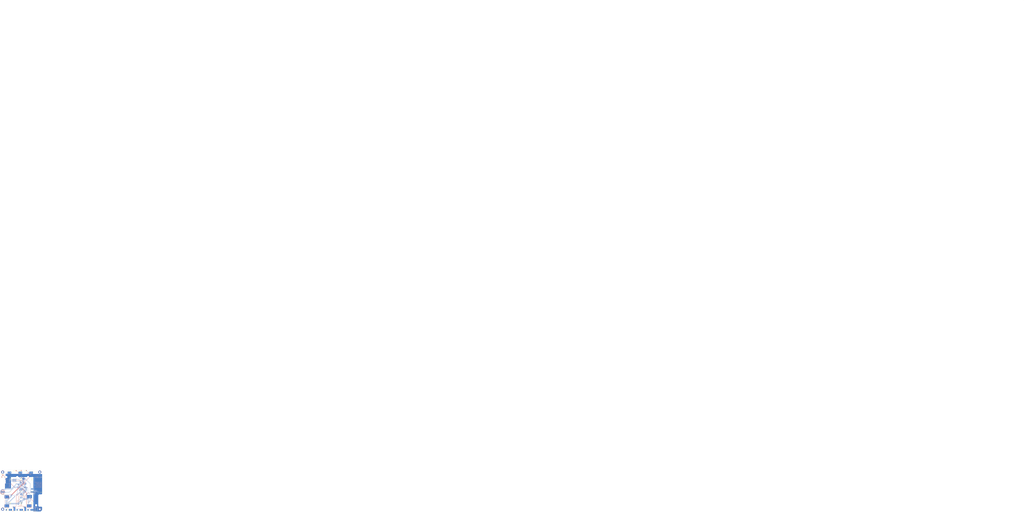
<source format=kicad_pcb>
(kicad_pcb (version 20240108) (generator "pcbnew") (generator_version "8.0")
  (title_block (title "1s3p Battery Board") (date "2025-02-12") (rev "${PCB_VERSION}") (company "TVSC"))
  (layers (0 "F.Cu" signal) (1 "In1.Cu" signal) (2 "In2.Cu" signal) (31 "B.Cu" signal) (34 "B.Paste" user) (35 "F.Paste" user) (36 "B.SilkS" user "B.Silkscreen") (37 "F.SilkS" user "F.Silkscreen") (38 "B.Mask" user) (39 "F.Mask" user) (44 "Edge.Cuts" user))
  (property "PCB_VERSION" "Cheerful Coffee")
  (net 0 "")
  (net 1 "GND")
  (net 2 "Net-(C3-Pad2)")
  (net 3 "+3V3")
  (net 4 "/NRST")
  (net 5 "/BOOT0")
  (net 6 "/MCU/DEBUG_LED")
  (net 8 "VBUS")
  (net 10 "/Batteries/BOARD_LOAD_+")
  (net 11 "Net-(U8-LX2)")
  (net 13 "VBATT")
  (net 14 "/SWO")
  (net 15 "/SWDIO")
  (net 16 "/SWCLK")
  (net 17 "/CANH_UPSTREAM")
  (net 18 "/CANL_UPSTREAM")
  (net 19 "/CANL_DOWNSTREAM")
  (net 20 "/CTRL.SWO")
  (net 21 "/CTRL.BOOT0")
  (net 22 "/CTRL.SWDIO")
  (net 23 "/CTRL.NRST")
  (net 24 "/CTRL.SWCLK")
  (net 25 "/CANH_DOWNSTREAM")
  (net 26 "Net-(JP1-B)")
  (net 33 "Net-(D1-K)")
  (net 34 "Net-(JP15-B)")
  (net 38 "/Batteries/BATTERY_1_EN")
  (net 39 "/Batteries/BATTERY_2_EN")
  (net 40 "Net-(JP2-B)")
  (net 41 "Net-(J1-T_SWDIO)")
  (net 42 "Net-(U1-PC10)")
  (net 43 "Net-(U1-PC12)")
  (net 44 "/Batteries/BATTERY_3_EN")
  (net 45 "/MCU/I2C3_SDA")
  (net 46 "/MCU/I2C3_SCL")
  (net 47 "/Batteries/B1+")
  (net 48 "Net-(U3-SLOW)")
  (net 49 "/Batteries/B2+")
  (net 50 "/Batteries/B3+")
  (net 51 "/Batteries/TEMPERATURE_SENSE")
  (net 52 "Net-(J1-T_SWCLK)")
  (net 53 "Net-(J1-T_NRST)")
  (net 56 "Net-(JP13-B)")
  (net 61 "Net-(U1-PB3)")
  (net 62 "Net-(U1-PB13)")
  (net 63 "Net-(U1-PB14)")
  (net 64 "Net-(U1-PB15)")
  (net 65 "Net-(U1-PB9)")
  (net 67 "/MCU/SPI3_MISO")
  (net 71 "/CAN bus/CAN_SHUTDOWN")
  (net 72 "/MCU/I2C1_SDA")
  (net 73 "Net-(JP10-B)")
  (net 74 "/MCU/I2C1_SCL")
  (net 75 "/Batteries/I2C_SDA")
  (net 76 "Net-(JP14-B)")
  (net 77 "/CAN bus/CAN_RX")
  (net 79 "/CAN bus/CAN_SILENT")
  (net 80 "/CAN bus/CAN_TX")
  (net 81 "/CAN bus/CANH_TERMINATION")
  (net 82 "/Batteries/I2C_SCL")
  (net 83 "Net-(BT1-PadN)")
  (net 84 "Net-(BT2-PadN)")
  (net 85 "Net-(BT3-PadN)")
  (net 86 "Net-(Q1-D)")
  (net 87 "Net-(Q2-D)")
  (net 88 "Net-(Q3-D)")
  (net 92 "/CAN bus/CANL_TERMINATION")
  (net 93 "/Board Identification/BOARD_ID_SENSE")
  (net 94 "/Board Identification/BOARD_ID_POWER")
  (net 95 "Net-(U8-LX1)")
  (net 96 "Net-(U8-CFG1)")
  (footprint "footprints:BAT_1043" (layer "F.Cu") (at 155.992 106.15 90)
    (property "Reference" "BT2")
    (property "Value" "Battery_Cell")
  )
  (footprint "footprints:Nondescript_R_0402_1005Metric" (layer "F.Cu") (at 119.492 75.4)
    (property "Reference" "R2" (hide yes))
    (property "Value" "33")
  )
  (footprint "footprints:TestPoint_Pad_D1.5mm" (layer "F.Cu") (at 155.992 65.65)
    (property "Reference" "TP3" (hide yes))
    (property "Value" "GND")
  )
  (footprint "footprints:Battery_Board_Shape_Space_Invader_2" (layer "F.Cu") (at 114.742 146.15)
    (property "Reference" "PCB1" (hide yes))
    (property "Value" "~" (hide yes))
    (fp_line (start 0 -68) (end 0 -77.5) (stroke (width 0.05)) (layer "Edge.Cuts"))
    (fp_line (start 0 -42.5) (end 0 -5) (stroke (width 0.05)) (layer "Edge.Cuts"))
    (fp_line (start 2 -66) (end 5.5 -66) (stroke (width 0.05)) (layer "Edge.Cuts"))
    (fp_line (start 5.5 -44.5) (end 2 -44.5) (stroke (width 0.05)) (layer "Edge.Cuts"))
    (fp_line (start 7.5 -64) (end 7.5 -46.5) (stroke (width 0.05)) (layer "Edge.Cuts"))
    (fp_line (start 75 -12.25) (end 75 -31.5) (stroke (width 0.05)) (layer "Edge.Cuts"))
    (fp_line (start 77 -33.5) (end 80.5 -33.5) (stroke (width 0.05)) (layer "Edge.Cuts"))
    (fp_line (start 77.5 -82.5) (end 5 -82.5) (stroke (width 0.05)) (layer "Edge.Cuts"))
    (fp_line (start 77.5 0) (end 5 0) (stroke (width 0.05)) (layer "Edge.Cuts"))
    (fp_line (start 80.5 -10.25) (end 77 -10.25) (stroke (width 0.05)) (layer "Edge.Cuts"))
    (fp_line (start 82.5 -35.5) (end 82.5 -77.5) (stroke (width 0.05)) (layer "Edge.Cuts"))
    (fp_line (start 82.5 -8.25) (end 82.5 -5) (stroke (width 0.05)) (layer "Edge.Cuts"))
    (fp_arc (start 0 -77.5) (mid 1.464466 -81.035534) (end 5 -82.5) (stroke (width 0.05)) (layer "Edge.Cuts"))
    (fp_arc (start 0 -42.5) (mid 0.585786 -43.914214) (end 2 -44.5) (stroke (width 0.05)) (layer "Edge.Cuts"))
    (fp_arc (start 2 -66) (mid 0.585786 -66.585786) (end 0 -68) (stroke (width 0.05)) (layer "Edge.Cuts"))
    (fp_arc (start 5 0) (mid 1.464466 -1.464466) (end 0 -5) (stroke (width 0.05)) (layer "Edge.Cuts"))
    (fp_arc (start 5.5 -66) (mid 6.914214 -65.414214) (end 7.5 -64) (stroke (width 0.05)) (layer "Edge.Cuts"))
    (fp_arc (start 7.5 -46.5) (mid 6.914214 -45.085786) (end 5.5 -44.5) (stroke (width 0.05)) (layer "Edge.Cuts"))
    (fp_arc (start 75 -31.5) (mid 75.585786 -32.914214) (end 77 -33.5) (stroke (width 0.05)) (layer "Edge.Cuts"))
    (fp_arc (start 77 -10.25) (mid 75.585786 -10.835786) (end 75 -12.25) (stroke (width 0.05)) (layer "Edge.Cuts"))
    (fp_arc (start 77.5 -82.5) (mid 81.035534 -81.035534) (end 82.5 -77.5) (stroke (width 0.05)) (layer "Edge.Cuts"))
    (fp_arc (start 80.5 -10.25) (mid 81.914214 -9.664214) (end 82.5 -8.25) (stroke (width 0.05)) (layer "Edge.Cuts"))
    (fp_arc (start 82.5 -35.5) (mid 81.914214 -34.085786) (end 80.5 -33.5) (stroke (width 0.05)) (layer "Edge.Cuts"))
    (fp_arc (start 82.5 -5) (mid 81.035534 -1.464466) (end 77.5 0) (stroke (width 0.05)) (layer "Edge.Cuts"))
  )
  (footprint "footprints:TestPoint_Pad_D1.5mm" (layer "F.Cu") (at 191.042 108.15)
    (property "Reference" "TP1" (hide yes))
    (property "Value" "VBUS")
  )
  (footprint "footprints:TestPoint_Pad_D1.5mm" (layer "F.Cu") (at 145.992 65.65)
    (property "Reference" "TP8" (hide yes))
    (property "Value" "VBATT")
  )
  (footprint "footprints:TestPoint_Pad_D1.5mm" (layer "F.Cu") (at 165.992 65.65)
    (property "Reference" "TP7" (hide yes))
    (property "Value" "TEMP")
  )
  (footprint "footprints:BAT_1043" (layer "F.Cu") (at 177.242 106.15 90)
    (property "Reference" "BT3")
    (property "Value" "Battery_Cell")
  )
  (footprint "LED_SMD:LED_0603_1608Metric" (layer "F.Cu") (at 119.742 74.15)
    (property "Reference" "D1" (hide yes))
    (property "Value" "Blue LED")
  )
  (footprint "footprints:TestPoint_Pad_D1.5mm" (layer "F.Cu") (at 117.992 78.15)
    (property "Reference" "TP6" (hide yes))
    (property "Value" "+3V3")
  )
  (footprint "footprints:BAT_1043" (layer "F.Cu") (at 134.742 106.15 90)
    (property "Reference" "BT1")
    (property "Value" "Battery_Cell")
  )
  (footprint "Resistor_SMD:R_2512_6332Metric" (layer "B.Cu") (at 173.992 72.4 90)
    (property "Reference" "R29")
    (property "Value" "10m")
  )
  (footprint "footprints:Nondescript_R_0402_1005Metric" (layer "B.Cu") (at 156.492 104.4)
    (property "Reference" "R3" (hide yes))
    (property "Value" "9k31")
  )
  (footprint "Resistor_SMD:R_2512_6332Metric" (layer "B.Cu") (at 131.492 72.4 90)
    (property "Reference" "R24")
    (property "Value" "10m")
  )
  (footprint "footprints:Nondescript_R_0402_1005Metric" (layer "B.Cu") (at 154.742 127.9 90)
    (property "Reference" "R50" (hide yes))
    (property "Value" "60")
  )
  (footprint "footprints:Nondescript_C_0402_1005Metric" (layer "B.Cu") (at 156.012 110.4 180)
    (property "Reference" "C10" (hide yes))
    (property "Value" "1u")
  )
  (footprint "Jumper:SolderJumper-2_P1.3mm_Open_RoundedPad1.0x1.5mm" (layer "B.Cu") (at 161.742 122.65 180)
    (property "Reference" "JP1" (hide yes))
    (property "Value" "SolderJumper_2_Open")
  )
  (footprint "footprints:Nondescript_R_0402_1005Metric" (layer "B.Cu") (at 152.242 78.4 -90)
    (property "Reference" "R23" (hide yes))
    (property "Value" "9k31")
  )
  (footprint "footprints:Nondescript_R_0402_1005Metric" (layer "B.Cu") (at 170.992 70.65)
    (property "Reference" "R30" (hide yes))
    (property "Value" "9k31")
  )
  (footprint "footprints:Nondescript_R_0402_1005Metric" (layer "B.Cu") (at 170.992 71.65 180)
    (property "Reference" "TH1" (hide yes))
    (property "Value" "10k NTC")
  )
  (footprint "footprints:Nondescript_R_0402_1005Metric" (layer "B.Cu") (at 153.232 78.4 -90)
    (property "Reference" "R26" (hide yes))
    (property "Value" "9k31")
  )
  (footprint "Jumper:SolderJumper-2_P1.3mm_Open_RoundedPad1.0x1.5mm" (layer "B.Cu") (at 161.742 120.15 180)
    (property "Reference" "JP2" (hide yes))
    (property "Value" "SolderJumper_2_Open")
  )
  (footprint "footprints:Bus Connector (Target)" (layer "B.Cu") (at 172.742 125.875 90)
    (property "Reference" "J2")
    (property "Value" "Molex_504050-1291" (hide yes))
  )
  (footprint "Jumper:SolderJumper-2_P1.3mm_Open_RoundedPad1.0x1.5mm" (layer "B.Cu") (at 150.242 131.65 180)
    (property "Reference" "JP6" (hide yes))
    (property "Value" "SolderJumper_2_Open")
  )
  (footprint "footprints:Nondescript_C_0402_1005Metric" (layer "B.Cu") (at 149.992 93.4 90)
    (property "Reference" "C9" (hide yes))
    (property "Value" "100n")
  )
  (footprint "Resistor_SMD:R_2512_6332Metric" (layer "B.Cu") (at 184.742 78.4 90)
    (property "Reference" "R40")
    (property "Value" "0")
  )
  (footprint "Package_SON:VSON-8_3.3x3.3mm_P0.65mm_NexFET" (layer "B.Cu") (at 142.742 138.46 -90)
    (property "Reference" "Q1")
    (property "Value" "CSD16342Q5A")
  )
  (footprint "footprints:UQFN-16-1EP_4x4mm_P0.65mm_EP2.6x2.6mm" (layer "B.Cu") (at 160.317 81.875 90)
    (property "Reference" "U3")
    (property "Value" "PAC1934T-I/JQ")
  )
  (footprint "Jumper:SolderJumper-2_P1.3mm_Open_RoundedPad1.0x1.5mm" (layer "B.Cu") (at 141.797 82.945 -90)
    (property "Reference" "JP10" (hide yes))
    (property "Value" "SolderJumper_2_Open" (hide yes))
  )
  (footprint "footprints:Nondescript_C_0402_1005Metric" (layer "B.Cu") (at 156.492 103.4)
    (property "Reference" "C2" (hide yes))
    (property "Value" "100n")
  )
  (footprint "footprints:Nondescript_C_0402_1005Metric" (layer "B.Cu") (at 153.992 87.9 180)
    (property "Reference" "C16" (hide yes))
    (property "Value" "1u")
  )
  (footprint "footprints:Nondescript_C_0402_1005Metric" (layer "B.Cu") (at 161.492 88.9)
    (property "Reference" "C13" (hide yes))
    (property "Value" "100n")
  )
  (footprint "Resistor_SMD:R_2512_6332Metric" (layer "B.Cu") (at 160.992 142.4)
    (property "Reference" "R33")
    (property "Value" "0")
  )
  (footprint "footprints:Nondescript_R_0402_1005Metric" (layer "B.Cu") (at 143.547 83.595 90)
    (property "Reference" "R22" (hide yes))
    (property "Value" "23k2")
  )
  (footprint "Package_SON:VSON-8_3.3x3.3mm_P0.65mm_NexFET" (layer "B.Cu") (at 185.242 138.46 -90)
    (property "Reference" "Q3")
    (property "Value" "CSD16342Q5A")
  )
  (footprint "footprints:TestPoint_Pad_D1.5mm" (layer "B.Cu") (at 138.297 83.645 -90)
    (property "Reference" "TP5" (hide yes))
    (property "Value" "BOARD_ID_SENSE")
  )
  (footprint "footprints:Nondescript_R_0402_1005Metric" (layer "B.Cu") (at 164.242 89.15 180)
    (property "Reference" "R9" (hide yes))
    (property "Value" "33")
  )
  (footprint "footprints:Nondescript_R_0402_1005Metric" (layer "B.Cu") (at 160.642 86.9 180)
    (property "Reference" "R13" (hide yes))
    (property "Value" "9k31")
  )
  (footprint "footprints:Nondescript_R_0402_1005Metric" (layer "B.Cu") (at 140.047 83.595 90)
    (property "Reference" "R20" (hide yes))
    (property "Value" "1k58")
  )
  (footprint "Resistor_SMD:R_2512_6332Metric" (layer "B.Cu") (at 139.742 142.4)
    (property "Reference" "R31")
    (property "Value" "0")
  )
  (footprint "footprints:Nondescript_C_0402_1005Metric" (layer "B.Cu") (at 148.992 98.17 -90)
    (property "Reference" "C1" (hide yes))
    (property "Value" "100n")
  )
  (footprint "Resistor_SMD:R_2512_6332Metric" (layer "B.Cu") (at 172.242 142.4 180)
    (property "Reference" "R36")
    (property "Value" "0")
  )
  (footprint "footprints:Nondescript_R_0402_1005Metric" (layer "B.Cu") (at 153.742 105.4 180)
    (property "Reference" "R7" (hide yes))
    (property "Value" "33")
  )
  (footprint "Resistor_SMD:R_2512_6332Metric" (layer "B.Cu") (at 150.992 142.4 180)
    (property "Reference" "R34")
    (property "Value" "0")
  )
  (footprint "Inductor_SMD:L_1008_2520Metric" (layer "B.Cu") (at 181.742 104.65)
    (property "Reference" "L1" (hide yes))
    (property "Value" "2.2µH")
  )
  (footprint "footprints:Nondescript_C_0402_1005Metric" (layer "B.Cu") (at 163.492 82.65 -90)
    (property "Reference" "C17" (hide yes))
    (property "Value" "100n")
  )
  (footprint "footprints:Nondescript_R_0402_1005Metric" (layer "B.Cu") (at 162.442 85.05 180)
    (property "Reference" "R25" (hide yes))
    (property "Value" "9k31")
  )
  (footprint "Package_SON:WSON-10-1EP_2.5x2.5mm_P0.5mm_EP1.2x2mm" (layer "B.Cu") (at 182.2795 108.5875 90)
    (property "Reference" "U8" (hide yes))
    (property "Value" "TPS63900")
  )
  (footprint "Package_SON:VSON-8_3.3x3.3mm_P0.65mm_NexFET" (layer "B.Cu") (at 163.992 138.46 -90)
    (property "Reference" "Q2")
    (property "Value" "CSD16342Q5A")
  )
  (footprint "Jumper:SolderJumper-2_P1.3mm_Open_RoundedPad1.0x1.5mm" (layer "B.Cu") (at 150.242 129.15 180)
    (property "Reference" "JP5" (hide yes))
    (property "Value" "SolderJumper_2_Open")
  )
  (footprint "Resistor_SMD:R_2512_6332Metric" (layer "B.Cu") (at 182.242 142.4)
    (property "Reference" "R35")
    (property "Value" "0")
  )
  (footprint "footprints:Nondescript_C_0402_1005Metric" (layer "B.Cu") (at 161.492 87.9)
    (property "Reference" "C15" (hide yes))
    (property "Value" "1u")
  )
  (footprint "footprints:Nondescript_R_0402_1005Metric" (layer "B.Cu") (at 164.242 91.15 180)
    (property "Reference" "R8" (hide yes))
    (property "Value" "33")
  )
  (footprint "footprints:Nondescript_C_0603_1608Metric" (layer "B.Cu") (at 186.242 106.4 90)
    (property "Reference" "C27" (hide yes))
    (property "Value" "22u")
  )
  (footprint "Jumper:SolderJumper-2_P1.3mm_Open_RoundedPad1.0x1.5mm" (layer "B.Cu") (at 141.797 86.295 90)
    (property "Reference" "JP14" (hide yes))
    (property "Value" "0x10")
  )
  (footprint "Resistor_SMD:R_2512_6332Metric" (layer "B.Cu") (at 129.742 142.4 180)
    (property "Reference" "R32")
    (property "Value" "0")
  )
  (footprint "footprints:Nondescript_R_0402_1005Metric" (layer "B.Cu") (at 158.742 87.65)
    (property "Reference" "R14" (hide yes))
    (property "Value" "9k31")
  )
  (footprint "footprints:Nondescript_R_0402_1005Metric" (layer "B.Cu") (at 157.242 130.4 -90)
    (property "Reference" "R49" (hide yes))
    (property "Value" "60")
  )
  (footprint "Package_QFP:LQFP-64_10x10mm_P0.5mm" (layer "B.Cu") (at 157.242 96.15)
    (property "Reference" "U1" (hide yes))
    (property "Value" "STM32L452RCTx")
  )
  (footprint "footprints:SOIC127P600X175-8N" (layer "B.Cu") (at 155.992 115.65 -90)
    (property "Reference" "U2")
    (property "Value" "TCAN330DR" (hide yes))
  )
  (footprint "footprints:Nondescript_C_0603_1608Metric" (layer "B.Cu") (at 180.0295 108.125 -90)
    (property "Reference" "C5" (hide yes))
    (property "Value" "22u")
  )
  (footprint "footprints:Nondescript_R_0402_1005Metric" (layer "B.Cu") (at 147.992 98.17 90)
    (property "Reference" "R1" (hide yes))
    (property "Value" "9k31")
  )
  (footprint "footprints:Molex_504050-0891" (layer "B.Cu") (at 130.432 96.045001 -90)
    (property "Reference" "J4" (hide yes))
    (property "Value" "Power Interconnect")
  )
  (footprint "footprints:Nondescript_R_0402_1005Metric" (layer "B.Cu") (at 140.047 85.545 90)
    (property "Reference" "R17" (hide yes))
    (property "Value" "23k2")
  )
  (footprint "footprints:Nondescript_C_0603_1608Metric" (layer "B.Cu") (at 184.542 106.4 90)
    (property "Reference" "C4" (hide yes))
    (property "Value" "10u")
  )
  (footprint "footprints:TestPoint_Pad_D1.5mm" (layer "B.Cu") (at 138.297 86.145 -90)
    (property "Reference" "TP2" (hide yes))
    (property "Value" "BOARD_ID_POWER")
  )
  (footprint "footprints:TestPoint_Pad_D1.5mm" (layer "B.Cu") (at 173.742 107.65 180)
    (property "Reference" "TP4" (hide yes))
    (property "Value" "BOARD_LOAD_+")
  )
  (footprint "footprints:Nondescript_R_0402_1005Metric" (layer "B.Cu") (at 143.547 85.545 90)
    (property "Reference" "R21" (hide yes))
    (property "Value" "1k58")
  )
  (footprint "footprints:Nondescript_R_0402_1005Metric" (layer "B.Cu") (at 164.242 90.15 180)
    (property "Reference" "R5" (hide yes))
    (property "Value" "33")
  )
  (footprint "footprints:Nondescript_C_0402_1005Metric" (layer "B.Cu") (at 155.742 130.4 90)
    (property "Reference" "C3" (hide yes))
    (property "Value" "100n")
  )
  (footprint "footprints:Nondescript_C_0402_1005Metric" (layer "B.Cu") (at 152.992 104.4 180)
    (property "Reference" "C11" (hide yes))
    (property "Value" "1u")
  )
  (footprint "Resistor_SMD:R_2512_6332Metric" (layer "B.Cu") (at 192.242 78.4 90)
    (property "Reference" "R41")
    (property "Value" "0")
  )
  (footprint "footprints:Nondescript_R_0402_1005Metric" (layer "B.Cu") (at 125.242 101.4 180)
    (property "Reference" "R39" (hide yes))
    (property "Value" "33")
  )
  (footprint "footprints:Nondescript_R_0402_1005Metric" (layer "B.Cu") (at 125.242 102.4 180)
    (property "Reference" "R38" (hide yes))
    (property "Value" "33")
  )
  (footprint "Resistor_SMD:R_2512_6332Metric" (layer "B.Cu") (at 152.742 72.4 90)
    (property "Reference" "R27")
    (property "Value" "10m")
  )
  (footprint "footprints:Nondescript_C_0402_1005Metric" (layer "B.Cu") (at 153.992 88.9 180)
    (property "Reference" "C14" (hide yes))
    (property "Value" "100n")
  )
  (footprint "footprints:Nondescript_C_0402_1005Metric" (layer "B.Cu") (at 156.012 111.4 180)
    (property "Reference" "C7" (hide yes))
    (property "Value" "100n")
  )
  (footprint "Jumper:SolderJumper-2_P1.3mm_Open_RoundedPad1.0x1.5mm" (layer "B.Cu") (at 145.297 82.945 -90)
    (property "Reference" "JP13" (hide yes))
    (property "Value" "SolderJumper_2_Open" (hide yes))
  )
  (footprint "Jumper:SolderJumper-2_P1.3mm_Open_RoundedPad1.0x1.5mm" (layer "B.Cu") (at 145.297 86.295 90)
    (property "Reference" "JP15" (hide yes))
    (property "Value" "0xEF")
  )
  (footprint "footprints:Nondescript_C_0402_1005Metric" (layer "B.Cu") (at 152.992 103.4 180)
    (property "Reference" "C8" (hide yes))
    (property "Value" "100n")
  )
  (footprint "footprints:Nondescript_C_0402_1005Metric" (layer "B.Cu") (at 148.992 93.4 90)
    (property "Reference" "C12" (hide yes))
    (property "Value" "1u")
  )
  (footprint "Resistor_SMD:R_2512_6332Metric" (layer "B.Cu") (at 177.242 104.6875 90)
    (property "Reference" "R10" (hide yes))
    (property "Value" "10m")
  )
  (footprint "footprints:Nondescript_C_0402_1005Metric" (layer "B.Cu") (at 160.442 85.05 180)
    (property "Reference" "C6" (hide yes))
    (property "Value" "100n")
  )
  (footprint "footprints:Bus Connector (Control)" (layer "B.Cu") (at 128.992 125.875 90)
    (property "Reference" "J3")
    (property "Value" "Molex_504050-1291" (hide yes))
  )
  (footprint "footprints:Nondescript_R_0603_1608Metric" (layer "B.Cu") (at 181.5295 111.375 180)
    (property "Reference" "R51" (hide yes))
    (property "Value" "36k5")
  )
  (footprint "footprints:Nondescript_R_0402_1005Metric" (layer "B.Cu") (at 154.232 78.4 -90)
    (property "Reference" "R28" (hide yes))
    (property "Value" "9k31")
  )
  (footprint "footprints:Nondescript_R_0402_1005Metric" (layer "B.Cu") (at 164.492 100.65 90)
    (property "Reference" "R6" (hide yes))
    (property "Value" "9k31")
  )
  (footprint "footprints:Nondescript_R_0402_1005Metric" (layer "B.Cu") (at 157.992 103.9 -90)
    (property "Reference" "R4" (hide yes))
    (property "Value" "33")
  )
  (footprint "Jumper:SolderJumper-2_P1.3mm_Open_RoundedPad1.0x1.5mm" (layer "B.Cu") (at 154.742 125.3 90)
    (property "Reference" "JP4" (hide yes))
    (property "Value" "SolderJumper_2_Open")
  )
  (footprint "Jumper:SolderJumper-2_P1.3mm_Open_RoundedPad1.0x1.5mm" (layer "B.Cu") (at 157.242 127.8 -90)
    (property "Reference" "JP3" (hide yes))
    (property "Value" "SolderJumper_2_Open")
  )
  (footprint "footprints:Nondescript_R_0402_1005Metric" (layer "B.Cu") (at 124.742 108.65 -90)
    (property "Reference" "R37" (hide yes))
    (property "Value" "33")
  )
  (footprint "footprints:Double-Sided_Tag-Connect_TC2030-IDC-NL_2x03_P1.27mm_Vertical" (layer "B.Cu") (at 119.642 107.525 -90)
    (property "Reference" "J1" (hide yes))
    (property "Value" "STLINK")
  )
  (gr_text "Board ID" (at 157.187 85.705 0) (layer "B.SilkS") (effects (font (size 1.5 1.5) (thickness 0.3) (bold yes)) (justify left bottom mirror)))
  (gr_text "Upstream\nCAN" (at 163.992 119.15 90) (layer "B.SilkS") (effects (font (size 1.5 1.5) (thickness 0.3) (bold yes)) (justify right bottom mirror)))
  (gr_text "Downstream\nCAN" (at 147.992 127.9 -90) (layer "B.SilkS") (effects (font (size 1.5 1.5) (thickness 0.3) (bold yes)) (justify left bottom mirror)))
  (gr_text "CAN\nTermination" (at 155.492 136.15 0) (layer "B.SilkS") (effects (font (size 1.5 1.5) (thickness 0.3) (bold yes)) (justify bottom mirror)))
  (gr_text_box "TVSC 1s3p Battery Board ${PCB_VERSION} edition" (start 178.642 87.55) (end 196.642 93.55) (layer "B.SilkS") (effects (font (size 1 1) (thickness 0.1)) (justify left top mirror)) (border yes) (stroke (width 0.1)))
  (gr_text_box "Developed with the support of the Hacker Initiative" (start 178.642 93.55) (end 196.642 99.3) (layer "B.SilkS") (effects (font (size 1 1) (thickness 0.1)) (justify left top mirror)) (border yes) (stroke (width 0.1)))
  (segment (start 119.007 108.795) (end 117.142 106.93) (width 0.2) (layer "F.Cu") (net 1))
  (segment (start 121.242 103.125) (end 124.042 105.925) (width 0.2) (layer "F.Cu") (net 1))
  (segment (start 124.042 105.925) (end 124.042 107.645) (width 0.2) (layer "F.Cu") (net 1))
  (segment (start 117.142 106.93) (end 117.142 104.375) (width 0.2) (layer "F.Cu") (net 1))
  (segment (start 117.142 104.375) (end 118.392 103.125) (width 0.2) (layer "F.Cu") (net 1))
  (segment (start 124.042 107.645) (end 122.892 108.795) (width 0.2) (layer "F.Cu") (net 1))
  (segment (start 118.392 103.125) (end 121.242 103.125) (width 0.2) (layer "F.Cu") (net 1))
  (via (at 155.357 112.939) (size 0.55) (drill 0.35) (layers "F.Cu" "B.Cu") (net 1))
  (via (at 181.5295 108.9) (size 0.55) (drill 0.35) (layers "F.Cu" "B.Cu") (net 1))
  (via (at 157.992 85.9) (size 0.6) (drill 0.3) (layers "F.Cu" "B.Cu") (net 1))
  (via (at 174.882 136.73) (size 0.55) (drill 0.35) (layers "F.Cu" "B.Cu") (net 1))
  (via (at 130.432 96.045) (size 0.6) (drill 0.3) (layers "F.Cu" "B.Cu") (net 1))
  (via (at 126.492 141.15) (size 0.55) (drill 0.35) (layers "F.Cu" "B.Cu") (net 1))
  (via (at 161.342 81.85) (size 0.55) (drill 0.35) (layers "F.Cu" "B.Cu") (net 1))
  (via (at 168.992 143.55) (size 0.55) (drill 0.35) (layers "F.Cu" "B.Cu") (net 1))
  (via (at 174.882 117.02) (size 0.55) (drill 0.35) (layers "F.Cu" "B.Cu") (net 1))
  (via (at 126.492 141.95) (size 0.55) (drill 0.35) (layers "F.Cu" "B.Cu") (net 1))
  (via (at 130.432 97.545) (size 0.6) (drill 0.3) (layers "F.Cu" "B.Cu") (net 1))
  (via (at 182.2795 106.375) (size 0.55) (drill 0.35) (layers "F.Cu" "B.Cu") (net 1))
  (via (at 161.342 82.85) (size 0.55) (drill 0.35) (layers "F.Cu" "B.Cu") (net 1))
  (via (at 163.492 83.13) (size 0.55) (drill 0.35) (layers "F.Cu" "B.Cu") (net 1))
  (via (at 160.492 91.65) (size 0.55) (drill 0.35) (layers "F.Cu" "B.Cu") (net 1))
  (via (at 159.342 80.85) (size 0.55) (drill 0.35) (layers "F.Cu" "B.Cu") (net 1))
  (via (at 168.992 142.75) (size 0.55) (drill 0.35) (layers "F.Cu" "B.Cu") (net 1))
  (via (at 161.342 80.85) (size 0.55) (drill 0.35) (layers "F.Cu" "B.Cu") (net 1))
  (via (at 154.342 99.65) (size 0.6) (drill 0.3) (layers "F.Cu" "B.Cu") (net 1))
  (via (at 124.442 134.125) (size 0.55) (drill 0.35) (layers "F.Cu" "B.Cu") (net 1))
  (via (at 131.932 93.045) (size 0.6) (drill 0.3) (layers "F.Cu" "B.Cu") (net 1))
  (via (at 153.492 81.9) (size 0.6) (drill 0.3) (layers "F.Cu" "B.Cu") (net 1))
  (via (at 134.932 93.045) (size 0.6) (drill 0.3) (layers "F.Cu" "B.Cu") (net 1))
  (via (at 163.022 137.02) (size 0.55) (drill 0.35) (layers "F.Cu" "B.Cu") (net 1))
  (via (at 127.152 142.75) (size 0.55) (drill 0.35) (layers "F.Cu" "B.Cu") (net 1))
  (via (at 169.652 141.15) (size 0.55) (drill 0.35) (layers "F.Cu" "B.Cu") (net 1))
  (via (at 158.992 93.4) (size 0.6) (drill 0.3) (layers "F.Cu" "B.Cu") (net 1))
  (via (at 134.932 97.545) (size 0.6) (drill 0.3) (layers "F.Cu" "B.Cu") (net 1))
  (via (at 125.242 82.940003) (size 0.55) (drill 0.35) (layers "F.Cu" "B.Cu") (net 1))
  (via (at 147.742 141.95) (size 0.55) (drill 0.35) (layers "F.Cu" "B.Cu") (net 1))
  (via (at 155.532 111.4) (size 0.55) (drill 0.35) (layers "F.Cu" "B.Cu") (net 1))
  (via (at 125.942 134.125) (size 0.55) (drill 0.35) (layers "F.Cu" "B.Cu") (net 1))
  (via (at 182.992 108.9) (size 0.55) (drill 0.35) (layers "F.Cu" "B.Cu") (net 1))
  (via (at 148.402 141.95) (size 0.55) (drill 0.35) (layers "F.Cu" "B.Cu") (net 1))
  (via (at 134.932 91.545) (size 0.6) (drill 0.3) (layers "F.Cu" "B.Cu") (net 1))
  (via (at 155.92613 79.46587) (size 0.6) (drill 0.3) (layers "F.Cu" "B.Cu") (net 1))
  (via (at 127.432 94.545) (size 0.6) (drill 0.3) (layers "F.Cu" "B.Cu") (net 1))
  (via (at 148.402 143.55) (size 0.55) (drill 0.35) (layers "F.Cu" "B.Cu") (net 1))
  (via (at 167.992 117.65) (size 0.55) (drill 0.35) (layers "F.Cu" "B.Cu") (net 1))
  (via (at 124.442 135.625) (size 0.55) (drill 0.35) (layers "F.Cu" "B.Cu") (net 1))
  (via (at 126.492 143.55) (size 0.55) (drill 0.35) (layers "F.Cu" "B.Cu") (net 1))
  (via (at 131.132 115.02) (size 0.55) (drill 0.35) (layers "F.Cu" "B.Cu") (net 1))
  (via (at 141.072 137.28) (size 0.55) (drill 0.35) (layers "F.Cu" "B.Cu") (net 1))
  (via (at 161.952 87.9) (size 0.55) (drill 0.35) (layers "F.Cu" "B.Cu") (net 1))
  (via (at 127.432 93.045) (size 0.6) (drill 0.3) (layers "F.Cu" "B.Cu") (net 1))
  (via (at 128.932 97.545) (size 0.6) (drill 0.3) (layers "F.Cu" "B.Cu") (net 1))
  (via (at 155.742 130.88) (size 0.55) (drill 0.35) (layers "F.Cu" "B.Cu") (net 1))
  (via (at 186.242 105.625) (size 0.55) (drill 0.35) (layers "F.Cu" "B.Cu") (net 1))
  (via (at 153.992 100.65) (size 0.55) (drill 0.35) (layers "F.Cu" "B.Cu") (net 1))
  (via (at 128.932 93.045) (size 0.6) (drill 0.3) (layers "F.Cu" "B.Cu") (net 1))
  (via (at 174.882 116.02) (size 0.55) (drill 0.35) (layers "F.Cu" "B.Cu") (net 1))
  (via (at 128.942 132.625) (size 0.55) (drill 0.35) (layers "F.Cu" "B.Cu") (net 1))
  (via (at 174.882 118.02) (size 0.55) (drill 0.35) (layers "F.Cu" "B.Cu") (net 1))
  (via (at 131.932 94.545) (size 0.6) (drill 0.3) (layers "F.Cu" "B.Cu") (net 1))
  (via (at 133.432 97.545) (size 0.6) (drill 0.3) (layers "F.Cu" "B.Cu") (net 1))
  (via (at 184.912 137.02) (size 0.55) (drill 0.35) (layers "F.Cu" "B.Cu") (net 1))
  (via (at 130.432 91.545) (size 0.6) (drill 0.3) (layers "F.Cu" "B.Cu") (net 1))
  (via (at 147.742 143.55) (size 0.55) (drill 0.35) (layers "F.Cu" "B.Cu") (net 1))
  (via (at 133.432 94.545) (size 0.6) (drill 0.3) (layers "F.Cu" "B.Cu") (net 1))
  (via (at 155.242 92.4) (size 0.6) (drill 0.3) (layers "F.Cu" "B.Cu") (net 1))
  (via (at 169.652 142.75) (size 0.55) (drill 0.35) (layers "F.Cu" "B.Cu") (net 1))
  (via (at 170.482 71.65) (size 0.55) (drill 0.35) (layers "F.Cu" "B.Cu") (net 1))
  (via (at 124.432 93.045) (size 0.6) (drill 0.3) (layers "F.Cu" "B.Cu") (net 1))
  (via (at 131.132 136.73) (size 0.55) (drill 0.35) (layers "F.Cu" "B.Cu") (net 1))
  (via (at 147.742 142.75) (size 0.55) (drill 0.35) (layers "F.Cu" "B.Cu") (net 1))
  (via (at 148.402 141.15) (size 0.55) (drill 0.35) (layers "F.Cu" "B.Cu") (net 1))
  (via (at 149.992 92.92) (size 0.55) (drill 0.35) (layers "F.Cu" "B.Cu") (net 1))
  (via (at 180.7045 111.375) (size 0.55) (drill 0.35) (layers "F.Cu" "B.Cu") (net 1))
  (via (at 128.932 91.545) (size 0.6) (drill 0.3) (layers "F.Cu" "B.Cu") (net 1))
  (via (at 125.242 98.65) (size 0.55) (drill 0.35) (layers "F.Cu" "B.Cu") (net 1))
  (via (at 127.152 143.55) (size 0.55) (drill 0.35) (layers "F.Cu" "B.Cu") (net 1))
  (via (at 125.932 91.545) (size 0.6) (drill 0.3) (layers "F.Cu" "B.Cu") (net 1))
  (via (at 182.492 137.4) (size 0.55) (drill 0.35) (layers "F.Cu" "B.Cu") (net 1))
  (via (at 182.2795 108.5875) (size 0.55) (drill 0.35) (layers "F.Cu" "B.Cu") (net 1))
  (via (at 128.932 96.045) (size 0.6) (drill 0.3) (layers "F.Cu" "B.Cu") (net 1))
  (via (at 160.342 80.85) (size 0.55) (drill 0.35) (layers "F.Cu" "B.Cu") (net 1))
  (via (at 125.932 93.045) (size 0.6) (drill 0.3) (layers "F.Cu" "B.Cu") (net 1))
  (via (at 125.932 97.545) (size 0.6) (drill 0.3) (layers "F.Cu" "B.Cu") (net 1))
  (via (at 174.882 119.02) (size 0.55) (drill 0.35) (layers "F.Cu" "B.Cu") (net 1))
  (via (at 174.882 115.02) (size 0.55) (drill 0.35) (layers "F.Cu" "B.Cu") (net 1))
  (via (at 124.432 97.545) (size 0.6) (drill 0.3) (layers "F.Cu" "B.Cu") (net 1))
  (via (at 128.942 135.625) (size 0.55) (drill 0.35) (layers "F.Cu" "B.Cu") (net 1))
  (via (at 142.412 137.02) (size 0.55) (drill 0.35) (layers "F.Cu" "B.Cu") (net 1))
  (via (at 161.242 136.65) (size 0.55) (drill 0.35) (layers "F.Cu" "B.Cu") (net 1))
  (via (at 153.512 88.9) (size 0.55) (drill 0.35) (layers "F.Cu" "B.Cu") (net 1))
  (via (at 124.432 94.545) (size 0.6) (drill 0.3) (layers "F.Cu" "B.Cu") (net 1))
  (via (at 156.972 103.4) (size 0.55) (drill 0.35) (layers "F.Cu" "B.Cu") (net 1))
  (via (at 131.932 91.545) (size 0.6) (drill 0.3) (layers "F.Cu" "B.Cu") (net 1))
  (via (at 161.242 137.4) (size 0.55) (drill 0.35) (layers "F.Cu" "B.Cu") (net 1))
  (via (at 130.442 132.625) (size 0.55) (drill 0.35) (layers "F.Cu" "B.Cu") (net 1))
  (via (at 158.3795 82.2) (size 0.55) (drill 0.35) (layers "F.Cu" "B.Cu") (net 1))
  (via (at 152.742 94.4) (size 0.55) (drill 0.35) (layers "F.Cu" "B.Cu") (net 1))
  (via (at 143.547 83.085) (size 0.55) (drill 0.35) (layers "F.Cu" "B.Cu") (net 1))
  (via (at 124.432 96.045) (size 0.6) (drill 0.3) (layers "F.Cu" "B.Cu") (net 1))
  (via (at 155.992 65.65) (size 0.55) (drill 0.35) (layers "F.Cu" "B.Cu") (net 1))
  (via (at 161.972 88.9) (size 0.55) (drill 0.35) (layers "F.Cu" "B.Cu") (net 1))
  (via (at 158.992 99.65) (size 0.6) (drill 0.3) (layers "F.Cu" "B.Cu") (net 1))
  (via (at 160.342 82.85) (size 0.55) (drill 0.35) (layers "F.Cu" "B.Cu") (net 1))
  (via (at 161.708423 99.611771) (size 0.55) (drill 0.35) (layers "F.Cu" "B.Cu") (net 1))
  (via (at 168.992 141.95) (size 0.55) (drill 0.35) (layers "F.Cu" "B.Cu") (net 1))
  (via (at 127.152 141.95) (size 0.55) (drill 0.35) (layers "F.Cu" "B.Cu") (net 1))
  (via (at 133.432 96.045) (size 0.6) (drill 0.3) (layers "F.Cu" "B.Cu") (net 1))
  (via (at 159.962 85.05) (size 0.55) (drill 0.35) (layers "F.Cu" "B.Cu") (net 1))
  (via (at 124.442 132.625) (size 0.55) (drill 0.35) (layers "F.Cu" "B.Cu") (net 1))
  (via (at 124.432 91.545) (size 0.6) (drill 0.3) (layers "F.Cu" "B.Cu") (net 1))
  (via (at 139.992 136.65) (size 0.55) (drill 0.35) (layers "F.Cu" "B.Cu") (net 1))
  (via (at 140.992 136.65) (size 0.55) (drill 0.35) (layers "F.Cu" "B.Cu") (net 1))
  (via (at 125.942 135.625) (size 0.55) (drill 0.35) (layers "F.Cu" "B.Cu") (net 1))
  (via (at 141.772 137.02) (size 0.55) (drill 0.35) (layers "F.Cu" "B.Cu") (net 1))
  (via (at 127.442 135.625) (size 0.55) (drill 0.35) (layers "F.Cu" "B.Cu") (net 1))
  (via (at 140.047 83.085) (size 0.55) (drill 0.35) (layers "F.Cu" "B.Cu") (net 1))
  (via (at 157.001999 104.4) (size 0.55) (drill 0.35) (layers "F.Cu" "B.Cu") (net 1))
  (via (at 127.432 96.045) (size 0.6) (drill 0.3) (layers "F.Cu" "B.Cu") (net 1))
  (via (at 155.242 85.9) (size 0.6) (drill 0.3) (layers "F.Cu" "B.Cu") (net 1))
  (via (at 162.242 137.4) (size 0.55) (drill 0.35) (layers "F.Cu" "B.Cu") (net 1))
  (via (at 127.432 97.545) (size 0.6) (drill 0.3) (layers "F.Cu" "B.Cu") (net 1))
  (via (at 162.242 136.65) (size 0.55) (drill 0.35) (layers "F.Cu" "B.Cu") (net 1))
  (via (at 127.152 141.15) (size 0.55) (drill 0.35) (layers "F.Cu" "B.Cu") (net 1))
  (via (at 131.932 97.545) (size 0.6) (drill 0.3) (layers "F.Cu" "B.Cu") (net 1))
  (via (at 169.692 117.625) (size 0.55) (drill 0.35) (layers "F.Cu" "B.Cu") (net 1))
  (via (at 155.532 110.4) (size 0.55) (drill 0.35) (layers "F.Cu" "B.Cu") (net 1))
  (via (at 125.942 132.625) (size 0.55) (drill 0.35) (layers "F.Cu" "B.Cu") (net 1))
  (via (at 148.402 142.75) (size 0.55) (drill 0.35) (layers "F.Cu" "B.Cu") (net 1))
  (via (at 169.652 143.55) (size 0.55) (drill 0.35) (layers "F.Cu" "B.Cu") (net 1))
  (via (at 148.992 92.92) (size 0.55) (drill 0.35) (layers "F.Cu" "B.Cu") (net 1))
  (via (at 168.992 141.15) (size 0.55) (drill 0.35) (layers "F.Cu" "B.Cu") (net 1))
  (via (at 169.652 141.95) (size 0.55) (drill 0.35) (layers "F.Cu" "B.Cu") (net 1))
  (via (at 159.342 81.85) (size 0.55) (drill 0.35) (layers "F.Cu" "B.Cu") (net 1))
  (via (at 130.432 93.045) (size 0.6) (drill 0.3) (layers "F.Cu" "B.Cu") (net 1))
  (via (at 126.492 142.75) (size 0.55) (drill 0.35) (layers "F.Cu" "B.Cu") (net 1))
  (via (at 183.492 136.65) (size 0.55) (drill 0.35) (layers "F.Cu" "B.Cu") (net 1))
  (via (at 180.0295 108.9) (size 0.55) (drill 0.35) (layers "F.Cu" "B.Cu") (net 1))
  (via (at 134.932 94.545) (size 0.6) (drill 0.3) (layers "F.Cu" "B.Cu") (net 1))
  (via (at 125.932 96.045) (size 0.6) (drill 0.3) (layers "F.Cu" "B.Cu") (net 1))
  (via (at 182.492 136.65) (size 0.55) (drill 0.35) (layers "F.Cu" "B.Cu") (net 1))
  (via (at 163.662 137.02) (size 0.55) (drill 0.35) (layers "F.Cu" "B.Cu") (net 1))
  (via (at 128.932 94.545) (size 0.6) (drill 0.3) (layers "F.Cu" "B.Cu") (net 1))
  (via (at 128.942 134.125) (size 0.55) (drill 0.35) (layers "F.Cu" "B.Cu") (net 1))
  (via (at 133.432 91.545) (size 0.6) (drill 0.3) (layers "F.Cu" "B.Cu") (net 1))
  (via (at 130.442 134.125) (size 0.55) (drill 0.35) (layers "F.Cu" "B.Cu") (net 1))
  (via (at 159.342 82.85) (size 0.55) (drill 0.35) (layers "F.Cu" "B.Cu") (net 1))
  (via (at 152.512 104.4) (size 0.55) (drill 0.35) (layers "F.Cu" "B.Cu") (net 1))
  (via (at 152.512 103.4) (size 0.55) (drill 0.35) (layers "F.Cu" "B.Cu") (net 1))
  (via (at 167.992 116.4) (size 0.55) (drill 0.35) (layers "F.Cu" "B.Cu") (net 1))
  (via (at 147.742 141.15) (size 0.55) (drill 0.35) (layers "F.Cu" "B.Cu") (net 1))
  (via (at 160.342 81.85) (size 0.55) (drill 0.35) (layers "F.Cu" "B.Cu") (net 1))
  (via (at 139.992 137.4) (size 0.55) (drill 0.35) (layers "F.Cu" "B.Cu") (net 1))
  (via (at 184.272 137.02) (size 0.55) (drill 0.35) (layers "F.Cu" "B.Cu") (net 1))
  (via (at 127.432 91.545) (size 0.6) (drill 0.3) (layers "F.Cu" "B.Cu") (net 1))
  (via (at 169.692 119.125) (size 0.55) (drill 0.35) (layers "F.Cu" "B.Cu") (net 1))
  (via (at 120.002 75.4) (size 0.55) (drill 0.35) (layers "F.Cu" "B.Cu") (net 1))
  (via (at 167.992 119.15) (size 0.55) (drill 0.35) (layers "F.Cu" "B.Cu") (net 1))
  (via (at 127.442 132.625) (size 0.55) (drill 0.35) (layers "F.Cu" "B.Cu") (net 1))
  (via (at 153.512 87.9) (size 0.55) (drill 0.35) (layers "F.Cu" "B.Cu") (net 1))
  (via (at 184.542 105.625) (size 0.55) (drill 0.35) (layers "F.Cu" "B.Cu") (net 1))
  (via (at 131.932 96.045) (size 0.6) (drill 0.3) (layers "F.Cu" "B.Cu") (net 1))
  (via (at 130.432 94.545) (size 0.6) (drill 0.3) (layers "F.Cu" "B.Cu") (net 1))
  (via (at 130.442 135.625) (size 0.55) (drill 0.35) (layers "F.Cu" "B.Cu") (net 1))
  (via (at 127.442 134.125) (size 0.55) (drill 0.35) (layers "F.Cu" "B.Cu") (net 1))
  (via (at 183.492 137.4) (size 0.55) (drill 0.35) (layers "F.Cu" "B.Cu") (net 1))
  (via (at 148.992 98.65) (size 0.55) (drill 0.35) (layers "F.Cu" "B.Cu") (net 1))
  (via (at 125.932 94.545) (size 0.6) (drill 0.3) (layers "F.Cu" "B.Cu") (net 1))
  (via (at 133.432 93.045) (size 0.6) (drill 0.3) (layers "F.Cu" "B.Cu") (net 1))
  (via (at 134.932 96.045) (size 0.6) (drill 0.3) (layers "F.Cu" "B.Cu") (net 1))
  (segment (start 180.7045 110.375) (end 181.2795 109.8) (width 0.3) (layer "B.Cu") (net 1))
  (segment (start 158.992 82.2) (end 159.342 81.85) (width 0.3) (layer "B.Cu") (net 1))
  (segment (start 161.708423 99.611771) (end 161.920194 99.4) (width 0.3) (layer "B.Cu") (net 1))
  (segment (start 151.567 92.4) (end 150.512 92.4) (width 0.3) (layer "B.Cu") (net 1))
  (segment (start 155.532 110.4) (end 155.532 112.764) (width 0.5) (layer "B.Cu") (net 1))
  (segment (start 180.7045 111.375) (end 180.7045 110.375) (width 0.3) (layer "B.Cu") (net 1))
  (segment (start 159.992 85.02) (end 159.962 85.05) (width 0.3) (layer "B.Cu") (net 1))
  (segment (start 154.342 99.65) (end 158.992 99.65) (width 0.5) (layer "B.Cu") (net 1))
  (segment (start 155.532 112.764) (end 155.357 112.939) (width 0.5) (layer "B.Cu") (net 1))
  (segment (start 181.7795 109.8) (end 181.7795 109.15) (width 0.3) (layer "B.Cu") (net 1))
  (segment (start 159.992 83.8125) (end 159.992 83.2) (width 0.3) (layer "B.Cu") (net 1))
  (segment (start 182.2795 107.375) (end 182.2795 108.5875) (width 0.3) (layer "B.Cu") (net 1))
  (segment (start 153.492 81.9) (end 155.92613 79.46587) (width 0.5) (layer "B.Cu") (net 1))
  (segment (start 153.992 101.825) (end 153.992 100.65) (width 0.3) (layer "B.Cu") (net 1))
  (segment (start 153.992 90.475) (end 153.992 89.426846) (width 0.3) (layer "B.Cu") (net 1))
  (segment (start 153.512 87.9) (end 153.512 88.9) (width 0.3) (layer "B.Cu") (net 1))
  (segment (start 150.512 92.4) (end 149.992 92.92) (width 0.3) (layer "B.Cu") (net 1))
  (segment (start 180.0295 108.9) (end 181.5295 108.9) (width 0.5) (layer "B.Cu") (net 1))
  (segment (start 152.742 94.4) (end 151.567 94.4) (width 0.3) (layer "B.Cu") (net 1))
  (segment (start 158.3795 82.2) (end 158.992 82.2) (width 0.3) (layer "B.Cu") (net 1))
  (segment (start 160.492 90.475) (end 160.492 91.65) (width 0.3) (layer "B.Cu") (net 1))
  (segment (start 161.920194 99.4) (end 162.917 99.4) (width 0.3) (layer "B.Cu") (net 1))
  (segment (start 155.242 85.9) (end 157.992 85.9) (width 0.5) (layer "B.Cu") (net 1))
  (segment (start 181.7795 109.0875) (end 182.2795 108.5875) (width 0.3) (layer "B.Cu") (net 1))
  (segment (start 159.992 83.8125) (end 159.992 85.02) (width 0.3) (layer "B.Cu") (net 1))
  (segment (start 155.242 92.4) (end 156.242 93.4) (width 0.5) (layer "B.Cu") (net 1))
  (segment (start 181.7795 109.15) (end 181.5295 108.9) (width 0.3) (layer "B.Cu") (net 1))
  (segment (start 182.2795 106.375) (end 182.2795 107.375) (width 0.3) (layer "B.Cu") (net 1))
  (segment (start 159.992 83.2) (end 160.342 82.85) (width 0.3) (layer "B.Cu") (net 1))
  (segment (start 156.242 93.4) (end 158.992 93.4) (width 0.5) (layer "B.Cu") (net 1))
  (segment (start 181.2795 109.8) (end 181.7795 109.8) (width 0.3) (layer "B.Cu") (net 1))
  (segment (start 153.992 89.426846) (end 153.512 88.946846) (width 0.3) (layer "B.Cu") (net 1))
  (segment (start 155.930266 129.92) (end 155.742 129.92) (width 0.5) (layer "B.Cu") (net 2))
  (segment (start 156.920266 130.91) (end 155.930266 129.92) (width 0.5) (layer "B.Cu") (net 2))
  (segment (start 154.742 128.41) (end 154.742 128.92) (width 0.5) (layer "B.Cu") (net 2))
  (segment (start 157.242 130.91) (end 156.920266 130.91) (width 0.5) (layer "B.Cu") (net 2))
  (segment (start 154.742 128.92) (end 155.742 129.92) (width 0.5) (layer "B.Cu") (net 2))
  (segment (start 118.142 105.39) (end 118.142 104.775) (width 0.2) (layer "F.Cu") (net 3))
  (segment (start 119.007 106.255) (end 118.142 105.39) (width 0.2) (layer "F.Cu") (net 3))
  (segment (start 120.562 103.925) (end 122.892 106.255) (width 0.2) (layer "F.Cu") (net 3))
  (segment (start 118.992 103.925) (end 120.562 103.925) (width 0.2) (layer "F.Cu") (net 3))
  (segment (start 118.142 104.775) (end 118.992 103.925) (width 0.2) (layer "F.Cu") (net 3))
  (via (at 169.242 109.4) (size 0.6) (drill 0.3) (layers "F.Cu" "B.Cu") (net 3))
  (via (at 156.492 111.4) (size 0.55) (drill 0.35) (layers "F.Cu" "B.Cu") (net 3))
  (via (at 153.472 103.4) (size 0.55) (drill 0.35) (layers "F.Cu" "B.Cu") (net 3))
  (via (at 165.742 105.9) (size 0.6) (drill 0.3) (layers "F.Cu" "B.Cu") (net 3))
  (via (at 153.472 104.4) (size 0.55) (drill 0.35) (layers "F.Cu" "B.Cu") (net 3))
  (via (at 163.492 82.17) (size 0.55) (drill 0.35) (layers "F.Cu" "B.Cu") (net 3))
  (via (at 178.742 102.15) (size 0.55) (drill 0.35) (layers "F.Cu" "B.Cu") (net 3))
  (via (at 164.492 101.159999) (size 0.55) (drill 0.35) (layers "F.Cu" "B.Cu") (net 3))
  (via (at 162.992 103.15) (size 0.6) (drill 0.3) (layers "F.Cu" "B.Cu") (net 3))
  (via (at 158.232001 87.65) (size 0.55) (drill 0.35) (layers "F.Cu" "B.Cu") (net 3))
  (via (at 177.742 102.15) (size 0.55) (drill 0.35) (layers "F.Cu" "B.Cu") (net 3))
  (via (at 176.742 101.15) (size 0.55) (drill 0.35) (layers "F.Cu" "B.Cu") (net 3))
  (via (at 117.992 78.15) (size 0.55) (drill 0.35) (layers "F.Cu" "B.Cu") (net 3))
  (via (at 177.742 101.15) (size 0.55) (drill 0.35) (layers "F.Cu" "B.Cu") (net 3))
  (via (at 176.742 102.15) (size 0.55) (drill 0.35) (layers "F.Cu" "B.Cu") (net 3))
  (via (at 156.492 110.4) (size 0.55) (drill 0.35) (layers "F.Cu" "B.Cu") (net 3))
  (via (at 164.992 113.65) (size 0.6) (drill 0.3) (layers "F.Cu" "B.Cu") (net 3))
  (via (at 149.992 93.88) (size 0.55) (drill 0.35) (layers "F.Cu" "B.Cu") (net 3))
  (via (at 148.992 93.88) (size 0.55) (drill 0.35) (layers "F.Cu" "B.Cu") (net 3))
  (via (at 154.492 88.9) (size 0.55) (drill 0.35) (layers "F.Cu" "B.Cu") (net 3))
  (via (at 170.482 70.65) (size 0.55) (drill 0.35) (layers "F.Cu" "B.Cu") (net 3))
  (via (at 175.742 102.15) (size 0.55) (drill 0.35) (layers "F.Cu" "B.Cu") (net 3))
  (via (at 161.742 109.9) (size 0.6) (drill 0.3) (layers "F.Cu" "B.Cu") (net 3))
  (via (at 147.992 98.679999) (size 0.55) (drill 0.35) (layers "F.Cu" "B.Cu") (net 3))
  (via (at 158.992 107.15) (size 0.6) (drill 0.3) (layers "F.Cu" "B.Cu") (net 3))
  (via (at 154.482 87.91) (size 0.55) (drill 0.35) (layers "F.Cu" "B.Cu") (net 3))
  (via (at 161.012 88.9) (size 0.55) (drill 0.35) (layers "F.Cu" "B.Cu") (net 3))
  (via (at 156.627 112.939) (size 0.55) (drill 0.35) (layers "F.Cu" "B.Cu") (net 3))
  (via (at 162.952 85.05) (size 0.55) (drill 0.35) (layers "F.Cu" "B.Cu") (net 3))
  (via (at 175.742 101.15) (size 0.55) (drill 0.35) (layers "F.Cu" "B.Cu") (net 3))
  (via (at 161.012 87.9) (size 0.55) (drill 0.35) (layers "F.Cu" "B.Cu") (net 3))
  (via (at 178.742 101.15) (size 0.55) (drill 0.35) (layers "F.Cu" "B.Cu") (net 3))
  (via (at 160.922 85.05) (size 0.55) (drill 0.35) (layers "F.Cu" "B.Cu") (net 3))
  (segment (start 161.012 87.9) (end 161.012 90.454999) (width 0.3) (layer "B.Cu") (net 3))
  (segment (start 154.492 90.475) (end 154.492 88.9) (width 0.3) (layer "B.Cu") (net 3))
  (segment (start 153.492001 101.825) (end 153.492001 104.379999) (width 0.3) (layer "B.Cu") (net 3))
  (segment (start 169.242 109.4) (end 164.992 113.65) (width 0.5) (layer "B.Cu") (net 3))
  (segment (start 162.2545 81.55) (end 162.8745 82.17) (width 0.3) (layer "B.Cu") (net 3))
  (segment (start 160.642 84.77) (end 160.642 83.8125) (width 0.3) (layer "B.Cu") (net 3))
  (segment (start 162.8745 82.17) (end 163.492 82.17) (width 0.3) (layer "B.Cu") (net 3))
  (segment (start 165.742 105.9) (end 161.742 109.9) (width 0.5) (layer "B.Cu") (net 3))
  (segment (start 151.567 93.9) (end 149.012 93.9) (width 0.3) (layer "B.Cu") (net 3))
  (segment (start 161.152 86.9) (end 161.152 87.76) (width 0.3) (layer "B.Cu") (net 3))
  (segment (start 156.492 110.4) (end 156.492 112.804) (width 0.5) (layer "B.Cu") (net 3))
  (segment (start 162.2845 82.17) (end 162.2545 82.2) (width 0.3) (layer "B.Cu") (net 3))
  (segment (start 163.492 82.17) (end 162.2845 82.17) (width 0.3) (layer "B.Cu") (net 3))
  (segment (start 161.152 87.76) (end 161.012 87.9) (width 0.3) (layer "B.Cu") (net 3))
  (segment (start 154.492 88.9) (end 154.492 87.92) (width 0.3) (layer "B.Cu") (net 3))
  (segment (start 156.492 112.804) (end 156.627 112.939) (width 0.5) (layer "B.Cu") (net 3))
  (segment (start 162.9345 82.17) (end 163.492 82.17) (width 0.3) (layer "B.Cu") (net 3))
  (segment (start 162.2545 82.85) (end 162.9345 82.17) (width 0.3) (layer "B.Cu") (net 3))
  (segment (start 161.012 90.454999) (end 160.991999 90.475) (width 0.3) (layer "B.Cu") (net 3))
  (segment (start 160.922 85.05) (end 160.642 84.77) (width 0.3) (layer "B.Cu") (net 3))
  (segment (start 162.992 103.15) (end 158.992 107.15) (width 0.5) (layer "B.Cu") (net 3))
  (via (at 172.742 116.9) (size 0.55) (drill 0.35) (layers "F.Cu" "B.Cu") (net 4))
  (via (at 148.992 97.69) (size 0.6) (drill 0.3) (layers "F.Cu" "B.Cu") (net 4))
  (segment (start 124.742 108.14) (end 132.752 108.14) (width 0.3) (layer "B.Cu") (net 4))
  (segment (start 151.567 96.9) (end 149.782 96.9) (width 0.3) (layer "B.Cu") (net 4))
  (segment (start 132.752 108.14) (end 143.232 97.66) (width 0.3) (layer "B.Cu") (net 4))
  (segment (start 172.742 116.9) (end 172.742 125.075) (width 0.3) (layer "B.Cu") (net 4))
  (segment (start 143.232 97.66) (end 147.992 97.66) (width 0.3) (layer "B.Cu") (net 4))
  (segment (start 172.742 125.075) (end 169.692 128.125) (width 0.3) (layer "B.Cu") (net 4))
  (segment (start 147.992 97.660001) (end 148.962001 97.660001) (width 0.3) (layer "B.Cu") (net 4))
  (segment (start 149.782 96.9) (end 148.992 97.69) (width 0.3) (layer "B.Cu") (net 4))
  (via (at 169.692 123.625) (size 0.55) (drill 0.35) (layers "F.Cu" "B.Cu") (net 5))
  (via (at 155.982 104.4) (size 0.55) (drill 0.35) (layers "F.Cu" "B.Cu") (net 5))
  (segment (start 155.492 102.88) (end 155.492 101.825) (width 0.3) (layer "B.Cu") (net 5))
  (segment (start 156.012 103.4) (end 155.492 102.88) (width 0.3) (layer "B.Cu") (net 5))
  (segment (start 155.982 104.4) (end 155.982 103.43) (width 0.3) (layer "B.Cu") (net 5))
  (segment (start 155.982 103.43) (end 156.012 103.4) (width 0.3) (layer "B.Cu") (net 5))
  (segment (start 123.542 77.1625) (end 120.5295 74.15) (width 0.3) (layer "F.Cu") (net 6))
  (segment (start 143.892 99.4) (end 123.542 79.05) (width 0.3) (layer "F.Cu") (net 6))
  (segment (start 123.542 79.05) (end 123.542 77.1625) (width 0.3) (layer "F.Cu") (net 6))
  (via (at 143.892 99.4) (size 0.6) (drill 0.3) (layers "F.Cu" "B.Cu") (net 6))
  (segment (start 143.892 99.4) (end 151.567 99.4) (width 0.3) (layer "B.Cu") (net 6))
  (segment (start 188.542 108.15) (end 191.042 108.15) (width 0.2) (layer "F.Cu") (net 8))
  (via (at 188.542 108.15) (size 0.55) (drill 0.35) (layers "F.Cu" "B.Cu") (net 8))
  (via (at 174.192 135.625) (size 0.55) (drill 0.35) (layers "F.Cu" "B.Cu") (net 8))
  (via (at 172.692 135.625) (size 0.55) (drill 0.35) (layers "F.Cu" "B.Cu") (net 8))
  (via (at 125.942 119.125) (size 0.55) (drill 0.35) (layers "F.Cu" "B.Cu") (net 8))
  (via (at 169.692 134.125) (size 0.55) (drill 0.35) (layers "F.Cu" "B.Cu") (net 8))
  (via (at 186.242 107.175) (size 0.55) (drill 0.35) (layers "F.Cu" "B.Cu") (net 8))
  (via (at 172.692 134.125) (size 0.55) (drill 0.35) (layers "F.Cu" "B.Cu") (net 8))
  (via (at 130.442 119.125) (size 0.55) (drill 0.35) (layers "F.Cu" "B.Cu") (net 8))
  (via (at 183.4045 107.375) (size 0.55) (drill 0.35) (layers "F.Cu" "B.Cu") (net 8))
  (via (at 169.692 132.625) (size 0.55) (drill 0.35) (layers "F.Cu" "B.Cu") (net 8))
  (via (at 130.442 116.125) (size 0.55) (drill 0.35) (layers "F.Cu" "B.Cu") (net 8))
  (via (at 125.942 117.625) (size 0.55) (drill 0.35) (layers "F.Cu" "B.Cu") (net 8))
  (via (at 130.442 117.625) (size 0.55) (drill 0.35) (layers "F.Cu" "B.Cu") (net 8))
  (via (at 187.842 107.45) (size 0.55) (drill 0.35) (layers "F.Cu" "B.Cu") (net 8))
  (via (at 125.942 116.125) (size 0.55) (drill 0.35) (layers "F.Cu" "B.Cu") (net 8))
  (via (at 172.692 132.625) (size 0.55) (drill 0.35) (layers "F.Cu" "B.Cu") (net 8))
  (via (at 171.192 135.625) (size 0.55) (drill 0.35) (layers "F.Cu" "B.Cu") (net 8))
  (via (at 127.442 116.125) (size 0.55) (drill 0.35) (layers "F.Cu" "B.Cu") (net 8))
  (via (at 168.192 135.625) (size 0.55) (drill 0.35) (layers "F.Cu" "B.Cu") (net 8))
  (via (at 187.142 108.15) (size 0.55) (drill 0.35) (layers "F.Cu" "B.Cu") (net 8))
  (via (at 188.542 106.75) (size 0.55) (drill 0.35) (layers "F.Cu" "B.Cu") (net 8))
  (via (at 187.142 106.75) (size 0.55) (drill 0.35) (layers "F.Cu" "B.Cu") (net 8))
  (via (at 171.192 134.125) (size 0.55) (drill 0.35) (layers "F.Cu" "B.Cu") (net 8))
  (via (at 127.442 119.125) (size 0.55) (drill 0.35) (layers "F.Cu" "B.Cu") (net 8))
  (via (at 184.542 107.175) (size 0.55) (drill 0.35) (layers "F.Cu" "B.Cu") (net 8))
  (via (at 124.442 119.125) (size 0.55) (drill 0.35) (layers "F.Cu" "B.Cu") (net 8))
  (via (at 174.192 132.625) (size 0.55) (drill 0.35) (layers "F.Cu" "B.Cu") (net 8))
  (via (at 124.442 117.625) (size 0.55) (drill 0.35) (layers "F.Cu" "B.Cu") (net 8))
  (via (at 124.442 116.125) (size 0.55) (drill 0.35) (layers "F.Cu" "B.Cu") (net 8))
  (via (at 169.692 135.625) (size 0.55) (drill 0.35) (layers "F.Cu" "B.Cu") (net 8))
  (via (at 128.942 119.125) (size 0.55) (drill 0.35) (layers "F.Cu" "B.Cu") (net 8))
  (via (at 128.942 116.125) (size 0.55) (drill 0.35) (layers "F.Cu" "B.Cu") (net 8))
  (via (at 128.942 117.625) (size 0.55) (drill 0.35) (layers "F.Cu" "B.Cu") (net 8))
  (via (at 127.442 117.625) (size 0.55) (drill 0.35) (layers "F.Cu" "B.Cu") (net 8))
  (via (at 174.192 134.125) (size 0.55) (drill 0.35) (layers "F.Cu" "B.Cu") (net 8))
  (via (at 168.192 134.125) (size 0.55) (drill 0.35) (layers "F.Cu" "B.Cu") (net 8))
  (via (at 171.192 132.625) (size 0.55) (drill 0.35) (layers "F.Cu" "B.Cu") (net 8))
  (via (at 168.192 132.625) (size 0.55) (drill 0.35) (layers "F.Cu" "B.Cu") (net 8))
  (segment (start 184.542 107.175) (end 184.542 108.5375) (width 0.3) (layer "B.Cu") (net 8))
  (segment (start 182.7795 109.8) (end 183.2795 109.8) (width 0.3) (layer "B.Cu") (net 8))
  (segment (start 184.542 108.5375) (end 183.2795 109.8) (width 0.3) (layer "B.Cu") (net 8))
  (segment (start 162.2545 80.9) (end 163.228846 80.9) (width 0.3) (layer "B.Cu") (net 10))
  (segment (start 173.242 90.913154) (end 173.242 103.65) (width 0.3) (layer "B.Cu") (net 10))
  (segment (start 181.2795 107.375) (end 180.0545 107.375) (width 0.3) (layer "B.Cu") (net 10))
  (segment (start 163.228846 80.9) (end 173.242 90.913154) (width 0.3) (layer "B.Cu") (net 10))
  (segment (start 173.742 107.65) (end 177.242 107.65) (width 0.2) (layer "B.Cu") (net 10))
  (segment (start 173.242 103.65) (end 177.242 107.65) (width 0.3) (layer "B.Cu") (net 10))
  (segment (start 180.0545 107.375) (end 180.0295 107.35) (width 0.3) (layer "B.Cu") (net 10))
  (segment (start 177.242 107.65) (end 179.7295 107.65) (width 1) (layer "B.Cu") (net 10))
  (segment (start 179.7295 107.65) (end 180.0295 107.35) (width 1) (layer "B.Cu") (net 10))
  (segment (start 181.7795 107.375) (end 181.7795 106.758884) (width 0.3) (layer "B.Cu") (net 11))
  (segment (start 181.7795 106.758884) (end 180.667 105.646384) (width 0.3) (layer "B.Cu") (net 11))
  (segment (start 180.667 105.646384) (end 180.667 104.65) (width 0.3) (layer "B.Cu") (net 11))
  (segment (start 149.992 69.65) (end 149.992 72.6125) (width 0.2) (layer "F.Cu") (net 13))
  (segment (start 149.992 72.6125) (end 152.742 75.3625) (width 0.2) (layer "F.Cu") (net 13))
  (segment (start 145.992 65.65) (end 149.992 69.65) (width 0.2) (layer "F.Cu") (net 13))
  (via (at 152.742 75.3625) (size 0.55) (drill 0.35) (layers "F.Cu" "B.Cu") (net 13))
  (segment (start 166.1045 75.3625) (end 173.992 75.3625) (width 0.3) (layer "B.Cu") (net 13))
  (segment (start 159.342 79.7) (end 155.0045 75.3625) (width 0.3) (layer "B.Cu") (net 13))
  (segment (start 159.342 79.9375) (end 159.342 79.7) (width 0.3) (layer "B.Cu") (net 13))
  (segment (start 157.95138 81.55) (end 158.3795 81.55) (width 0.3) (layer "B.Cu") (net 13))
  (segment (start 156.992 79.6125) (end 156.992 80.59062) (width 0.3) (layer "B.Cu") (net 13))
  (segment (start 161.292 79.9375) (end 161.5295 79.9375) (width 0.3) (layer "B.Cu") (net 13))
  (segment (start 161.5295 79.9375) (end 166.1045 75.3625) (width 0.3) (layer "B.Cu") (net 13))
  (segment (start 155.0045 75.3625) (end 152.742 75.3625) (width 0.3) (layer "B.Cu") (net 13))
  (segment (start 156.992 80.59062) (end 157.95138 81.55) (width 0.3) (layer "B.Cu") (net 13))
  (segment (start 152.742 75.3625) (end 156.992 79.6125) (width 0.3) (layer "B.Cu") (net 13))
  (segment (start 121.642 109.603225) (end 121.642 110.709314) (width 0.2) (layer "F.Cu") (net 14))
  (segment (start 121.642 110.709314) (end 120.976314 111.375) (width 0.2) (layer "F.Cu") (net 14))
  (segment (start 120.976314 111.375) (end 117.992 111.375) (width 0.2) (layer "F.Cu") (net 14))
  (segment (start 120.833775 108.795) (end 121.642 109.603225) (width 0.2) (layer "F.Cu") (net 14))
  (segment (start 117.992 111.375) (end 116.392 109.775) (width 0.2) (layer "F.Cu") (net 14))
  (segment (start 120.277 108.795) (end 120.833775 108.795) (width 0.2) (layer "F.Cu") (net 14))
  (segment (start 116.392 109.775) (end 116.392 108.795) (width 0.2) (layer "F.Cu") (net 14))
  (via (at 169.692 125.125) (size 0.55) (drill 0.35) (layers "F.Cu" "B.Cu") (net 14))
  (via (at 157.992 104.41) (size 0.6) (drill 0.3) (layers "F.Cu" "B.Cu") (net 14))
  (segment (start 120.194855 112.9) (end 116.392 109.097145) (width 0.3) (layer "B.Cu") (net 14))
  (segment (start 138.786239 113.9) (end 137.786239 112.9) (width 0.3) (layer "B.Cu") (net 14))
  (segment (start 157.992 104.41) (end 157.992 104.783884) (width 0.3) (layer "B.Cu") (net 14))
  (segment (start 157.992 104.783884) (end 148.875884 113.9) (width 0.3) (layer "B.Cu") (net 14))
  (segment (start 116.392 109.097145) (end 116.392 108.795) (width 0.3) (layer "B.Cu") (net 14))
  (segment (start 148.875884 113.9) (end 138.786239 113.9) (width 0.3) (layer "B.Cu") (net 14))
  (segment (start 137.786239 112.9) (end 120.194855 112.9) (width 0.3) (layer "B.Cu") (net 14))
  (segment (start 116.392 108.795) (end 116.392 109.219264) (width 0.2) (layer "B.Cu") (net 14))
  (segment (start 161.701985 98.787721) (end 160.342 97.427736) (width 0.3) (layer "F.Cu") (net 15))
  (segment (start 160.342 97.427736) (end 160.342 97.4) (width 0.3) (layer "F.Cu") (net 15))
  (segment (start 167.879721 98.787721) (end 161.701985 98.787721) (width 0.3) (layer "F.Cu") (net 15))
  (via (at 160.342 97.4) (size 0.6) (drill 0.3) (layers "F.Cu" "B.Cu") (net 15))
  (via (at 167.879721 98.787721) (size 0.6) (drill 0.3) (layers "F.Cu" "B.Cu") (net 15))
  (via (at 161.701985 98.787721) (size 0.6) (drill 0.3) (layers "F.Cu" "B.Cu") (net 15))
  (segment (start 163.79512 98.9) (end 164.492 99.59688) (width 0.3) (layer "B.Cu") (net 15))
  (segment (start 162.917 98.9) (end 163.79512 98.9) (width 0.3) (layer "B.Cu") (net 15))
  (segment (start 158.692 95.75) (end 156.29512 95.75) (width 0.3) (layer "B.Cu") (net 15))
  (segment (start 173.367 112.025) (end 173.367 125.95) (width 0.3) (layer "B.Cu") (net 15))
  (segment (start 169.142 107.8) (end 173.367 112.025) (width 0.3) (layer "B.Cu") (net 15))
  (segment (start 164.492 99.59688) (end 164.492 100.14) (width 0.3) (layer "B.Cu") (net 15))
  (segment (start 167.879721 98.787721) (end 169.142 100.05) (width 0.3) (layer "B.Cu") (net 15))
  (segment (start 147.392 91.9) (end 136.892 102.4) (width 0.3) (layer "B.Cu") (net 15))
  (segment (start 173.367 125.95) (end 169.692 129.625) (width 0.3) (layer "B.Cu") (net 15))
  (segment (start 136.892 102.4) (end 125.752 102.4) (width 0.3) (layer "B.Cu") (net 15))
  (segment (start 169.142 100.05) (end 169.142 107.8) (width 0.3) (layer "B.Cu") (net 15))
  (segment (start 161.814264 98.9) (end 162.917 98.9) (width 0.3) (layer "B.Cu") (net 15))
  (segment (start 156.29512 95.75) (end 152.44512 91.9) (width 0.3) (layer "B.Cu") (net 15))
  (segment (start 160.342 97.4) (end 158.692 95.75) (width 0.3) (layer "B.Cu") (net 15))
  (segment (start 161.701985 98.787721) (end 161.814264 98.9) (width 0.3) (layer "B.Cu") (net 15))
  (segment (start 152.44512 91.9) (end 147.392 91.9) (width 0.3) (layer "B.Cu") (net 15))
  (via (at 169.742 126.65) (size 0.55) (drill 0.35) (layers "F.Cu" "B.Cu") (net 16))
  (via (at 161.308942 103.333058) (size 0.55) (drill 0.35) (layers "F.Cu" "B.Cu") (net 16))
  (segment (start 161.308942 102.141942) (end 160.992 101.825) (width 0.3) (layer "B.Cu") (net 16))
  (segment (start 160.992 97.130761) (end 159.111239 95.25) (width 0.3) (layer "B.Cu") (net 16))
  (segment (start 161.308942 103.333058) (end 161.308942 102.141942) (width 0.3) (layer "B.Cu") (net 16))
  (segment (start 136.392 101.4) (end 125.752 101.4) (width 0.3) (layer "B.Cu") (net 16))
  (segment (start 159.111239 95.25) (end 156.842 95.25) (width 0.3) (layer "B.Cu") (net 16))
  (segment (start 146.742 91.05) (end 136.392 101.4) (width 0.3) (layer "B.Cu") (net 16))
  (segment (start 152.642 91.05) (end 146.742 91.05) (width 0.3) (layer "B.Cu") (net 16))
  (segment (start 156.842 95.25) (end 152.642 91.05) (width 0.3) (layer "B.Cu") (net 16))
  (segment (start 160.992 101.825) (end 160.992 97.130761) (width 0.3) (layer "B.Cu") (net 16))
  (segment (start 162.917 122.125) (end 162.392 122.65) (width 0.5) (layer "B.Cu") (net 17))
  (segment (start 169.692 122.125) (end 162.917 122.125) (width 0.5) (layer "B.Cu") (net 17))
  (segment (start 169.692 120.625) (end 162.867 120.625) (width 0.5) (layer "B.Cu") (net 18))
  (segment (start 162.867 120.625) (end 162.392 120.15) (width 0.5) (layer "B.Cu") (net 18))
  (segment (start 149.067 131.125) (end 125.942 131.125) (width 0.5) (layer "B.Cu") (net 19))
  (segment (start 149.592 131.65) (end 149.067 131.125) (width 0.5) (layer "B.Cu") (net 19))
  (segment (start 157.492 96.4) (end 160.742 93.15) (width 0.3) (layer "F.Cu") (net 20))
  (segment (start 156.742 96.4) (end 157.492 96.4) (width 0.3) (layer "F.Cu") (net 20))
  (via (at 146.642 112.430624) (size 0.6) (drill 0.3) (layers "F.Cu" "B.Cu") (net 20))
  (via (at 143.492 115.65) (size 0.6) (drill 0.3) (layers "F.Cu" "B.Cu") (net 20))
  (via (at 156.742 96.4) (size 0.6) (drill 0.3) (layers "F.Cu" "B.Cu") (net 20))
  (via (at 160.742 93.15) (size 0.6) (drill 0.3) (layers "F.Cu" "B.Cu") (net 20))
  (segment (start 160.742 93.15) (end 161.492 92.4) (width 0.3) (layer "B.Cu") (net 20))
  (segment (start 148.492 104.4) (end 148.492 110.65) (width 0.3) (layer "B.Cu") (net 20))
  (segment (start 132.517 126.625) (end 125.942 126.625) (width 0.3) (layer "B.Cu") (net 20))
  (segment (start 161.492 92.4) (end 162.917 92.4) (width 0.3) (layer "B.Cu") (net 20))
  (segment (start 148.492 110.65) (end 146.711376 112.430624) (width 0.3) (layer "B.Cu") (net 20))
  (segment (start 156.742 96.4) (end 156.492 96.4) (width 0.3) (layer "B.Cu") (net 20))
  (segment (start 143.492 115.65) (end 132.517 126.625) (width 0.3) (layer "B.Cu") (net 20))
  (segment (start 156.492 96.4) (end 148.492 104.4) (width 0.3) (layer "B.Cu") (net 20))
  (segment (start 146.711376 112.430624) (end 146.642 112.430624) (width 0.3) (layer "B.Cu") (net 20))
  (via (at 146.992 113.15) (size 0.6) (drill 0.3) (layers "F.Cu" "B.Cu") (net 21))
  (via (at 143.617 116.525) (size 0.6) (drill 0.3) (layers "F.Cu" "B.Cu") (net 21))
  (segment (start 143.617 116.525) (end 132.017 128.125) (width 0.3) (layer "B.Cu") (net 21))
  (segment (start 132.017 128.125) (end 125.942 128.125) (width 0.3) (layer "B.Cu") (net 21))
  (segment (start 146.992 113.15) (end 153.232 106.91) (width 0.3) (layer "B.Cu") (net 21))
  (segment (start 153.232 106.91) (end 153.232 105.4) (width 0.3) (layer "B.Cu") (net 21))
  (segment (start 135.890001 113.65) (end 158.648885 90.891116) (width 0.3) (layer "F.Cu") (net 22))
  (segment (start 160.617 89.525) (end 163.357 89.525) (width 0.3) (layer "F.Cu") (net 22))
  (segment (start 159.250884 90.891116) (end 160.617 89.525) (width 0.3) (layer "F.Cu") (net 22))
  (segment (start 135.742 113.65) (end 135.890001 113.65) (width 0.3) (layer "F.Cu") (net 22))
  (segment (start 163.357 89.525) (end 163.732 89.15) (width 0.3) (layer "F.Cu") (net 22))
  (segment (start 158.648885 90.891116) (end 159.250884 90.891116) (width 0.3) (layer "F.Cu") (net 22))
  (via (at 163.732 89.15) (size 0.6) (drill 0.3) (layers "F.Cu" "B.Cu") (net 22))
  (via (at 135.742 113.65) (size 0.6) (drill 0.3) (layers "F.Cu" "B.Cu") (net 22))
  (segment (start 135.742 113.65) (end 135.742 115.4) (width 0.3) (layer "B.Cu") (net 22))
  (segment (start 135.742 115.4) (end 129.017 122.125) (width 0.3) (layer "B.Cu") (net 22))
  (segment (start 129.017 122.125) (end 125.942 122.125) (width 0.3) (layer "B.Cu") (net 22))
  (segment (start 159.000884 91.391116) (end 159.867 91.391116) (width 0.3) (layer "F.Cu") (net 23))
  (segment (start 136.742 113.65) (end 159.000884 91.391116) (width 0.3) (layer "F.Cu") (net 23))
  (segment (start 159.867 91.391116) (end 161.108116 90.15) (width 0.3) (layer "F.Cu") (net 23))
  (segment (start 136.742 113.730761) (end 136.742 113.65) (width 0.3) (layer "F.Cu") (net 23))
  (segment (start 161.108116 90.15) (end 163.732 90.15) (width 0.3) (layer "F.Cu") (net 23))
  (via (at 163.732 90.15) (size 0.6) (drill 0.3) (layers "F.Cu" "B.Cu") (net 23))
  (via (at 136.742 113.730761) (size 0.6) (drill 0.3) (layers "F.Cu" "B.Cu") (net 23))
  (segment (start 128.517 123.625) (end 125.942 123.625) (width 0.3) (layer "B.Cu") (net 23))
  (segment (start 136.742 115.4) (end 128.517 123.625) (width 0.3) (layer "B.Cu") (net 23))
  (segment (start 136.742 113.730761) (end 136.742 115.4) (width 0.3) (layer "B.Cu") (net 23))
  (segment (start 161.117 92.275) (end 162.242 91.15) (width 0.3) (layer "F.Cu") (net 24))
  (segment (start 137.742 113.65) (end 159.117 92.275) (width 0.3) (layer "F.Cu") (net 24))
  (segment (start 162.242 91.15) (end 163.732 91.15) (width 0.3) (layer "F.Cu") (net 24))
  (segment (start 137.742 113.775) (end 137.742 113.65) (width 0.3) (layer "F.Cu") (net 24))
  (segment (start 159.117 92.275) (end 161.117 92.275) (width 0.3) (layer "F.Cu") (net 24))
  (via (at 163.732 91.15) (size 0.6) (drill 0.3) (layers "F.Cu" "B.Cu") (net 24))
  (via (at 137.742 113.775) (size 0.6) (drill 0.3) (layers "F.Cu" "B.Cu") (net 24))
  (segment (start 128.267 125.125) (end 125.942 125.125) (width 0.3) (layer "B.Cu") (net 24))
  (segment (start 137.742 115.65) (end 128.267 125.125) (width 0.3) (layer "B.Cu") (net 24))
  (segment (start 137.742 113.775) (end 137.742 115.65) (width 0.3) (layer "B.Cu") (net 24))
  (segment (start 149.092 129.65) (end 125.967 129.65) (width 0.5) (layer "B.Cu") (net 25))
  (segment (start 149.592 129.15) (end 149.092 129.65) (width 0.5) (layer "B.Cu") (net 25))
  (via (at 150.892 129.15) (size 0.55) (drill 0.35) (layers "F.Cu" "B.Cu") (net 26))
  (via (at 157.242 127.15) (size 0.55) (drill 0.35) (layers "F.Cu" "B.Cu") (net 26))
  (segment (start 155.357 119.335) (end 150.892 123.8) (width 0.3) (layer "B.Cu") (net 26))
  (segment (start 155.357 118.361) (end 155.357 119.335) (width 0.3) (layer "B.Cu") (net 26))
  (segment (start 161.042 122.65) (end 157.242 126.45) (width 0.5) (layer "B.Cu") (net 26))
  (segment (start 150.892 123.8) (end 150.892 129.15) (width 0.3) (layer "B.Cu") (net 26))
  (segment (start 161.092 122.65) (end 161.042 122.65) (width 0.5) (layer "B.Cu") (net 26))
  (segment (start 157.242 126.45) (end 157.242 127.15) (width 0.5) (layer "B.Cu") (net 26))
  (segment (start 118.9545 74.15) (end 118.9545 75.3725) (width 0.3) (layer "F.Cu") (net 33))
  (segment (start 143.957 85.645) (end 143.547 86.055) (width 0.3) (layer "B.Cu") (net 34))
  (segment (start 145.297 85.645) (end 143.957 85.645) (width 0.3) (layer "B.Cu") (net 34))
  (segment (start 143.797 137.037089) (end 146.242 134.592089) (width 0.3) (layer "F.Cu") (net 38))
  (segment (start 146.242 115.65) (end 154.992 106.9) (width 0.3) (layer "F.Cu") (net 38))
  (segment (start 146.242 134.592089) (end 146.242 115.65) (width 0.3) (layer "F.Cu") (net 38))
  (via (at 154.992 100.4) (size 0.55) (drill 0.35) (layers "F.Cu" "B.Cu") (net 38))
  (via (at 143.797 137.037089) (size 0.55) (drill 0.35) (layers "F.Cu" "B.Cu") (net 38))
  (via (at 154.992 106.9) (size 0.55) (drill 0.35) (layers "F.Cu" "B.Cu") (net 38))
  (via (at 152.242 78.91) (size 0.55) (drill 0.35) (layers "F.Cu" "B.Cu") (net 38))
  (segment (start 154.992 106.9) (end 154.992 101.825) (width 0.3) (layer "B.Cu") (net 38))
  (segment (start 154.992 101.825) (end 154.992 100.4) (width 0.3) (layer "B.Cu") (net 38))
  (segment (start 166.037 136.047089) (end 165.047 137.037089) (width 0.3) (layer "F.Cu") (net 39))
  (segment (start 156.759312 100.608212) (end 166.037 109.8859) (width 0.3) (layer "F.Cu") (net 39))
  (segment (start 166.037 109.8859) (end 166.037 136.047089) (width 0.3) (layer "F.Cu") (net 39))
  (via (at 156.759312 100.608212) (size 0.55) (drill 0.35) (layers "F.Cu" "B.Cu") (net 39))
  (via (at 153.232 78.91) (size 0.55) (drill 0.35) (layers "F.Cu" "B.Cu") (net 39))
  (via (at 165.047 137.037089) (size 0.55) (drill 0.35) (layers "F.Cu" "B.Cu") (net 39))
  (segment (start 156.992 100.8409) (end 156.759312 100.608212) (width 0.3) (layer "B.Cu") (net 39))
  (segment (start 156.992 101.825) (end 156.992 100.8409) (width 0.3) (layer "B.Cu") (net 39))
  (segment (start 152.642 125.995) (end 153.987 124.65) (width 0.5) (layer "B.Cu") (net 40))
  (segment (start 156.592 124.65) (end 154.742 124.65) (width 0.5) (layer "B.Cu") (net 40))
  (segment (start 153.987 124.65) (end 154.742 124.65) (width 0.5) (layer "B.Cu") (net 40))
  (segment (start 156.627 119.235) (end 157.542 120.15) (width 0.3) (layer "B.Cu") (net 40))
  (segment (start 157.542 120.15) (end 161.092 120.15) (width 0.3) (layer "B.Cu") (net 40))
  (segment (start 150.892 131.65) (end 152.642 129.9) (width 0.5) (layer "B.Cu") (net 40))
  (segment (start 152.642 129.9) (end 152.642 125.995) (width 0.5) (layer "B.Cu") (net 40))
  (segment (start 156.627 118.361) (end 156.627 119.235) (width 0.3) (layer "B.Cu") (net 40))
  (segment (start 161.092 120.15) (end 156.592 124.65) (width 0.5) (layer "B.Cu") (net 40))
  (segment (start 122.442 109.271853) (end 122.442 111.040686) (width 0.2) (layer "F.Cu") (net 41))
  (segment (start 121.207686 112.275) (end 117.642 112.275) (width 0.2) (layer "F.Cu") (net 41))
  (segment (start 120.277 106.255) (end 122.142 108.12) (width 0.2) (layer "F.Cu") (net 41))
  (segment (start 117.642 112.275) (end 115.392 110.025) (width 0.2) (layer "F.Cu") (net 41))
  (segment (start 115.392 110.025) (end 115.392 107.255) (width 0.2) (layer "F.Cu") (net 41))
  (segment (start 115.392 107.255) (end 116.392 106.255) (width 0.2) (layer "F.Cu") (net 41))
  (segment (start 122.142 108.971853) (end 122.442 109.271853) (width 0.2) (layer "F.Cu") (net 41))
  (segment (start 122.142 108.12) (end 122.142 108.971853) (width 0.2) (layer "F.Cu") (net 41))
  (segment (start 122.442 111.040686) (end 121.207686 112.275) (width 0.2) (layer "F.Cu") (net 41))
  (segment (start 124.732 102.4) (end 123.982 103.15) (width 0.3) (layer "B.Cu") (net 41))
  (segment (start 116.372 105.32) (end 116.372 106.275) (width 0.3) (layer "B.Cu") (net 41))
  (segment (start 123.982 103.15) (end 118.542 103.15) (width 0.3) (layer "B.Cu") (net 41))
  (segment (start 118.542 103.15) (end 116.372 105.32) (width 0.3) (layer "B.Cu") (net 41))
  (segment (start 157.588492 100.553508) (end 157.645508 100.553508) (width 0.3) (layer "F.Cu") (net 44))
  (segment (start 186.297 136.705) (end 186.297 137.037089) (width 0.3) (layer "F.Cu") (net 44))
  (segment (start 181.492 127.9) (end 181.492 133.395) (width 0.3) (layer "F.Cu") (net 44))
  (segment (start 185.492 135.9) (end 186.297 136.705) (width 0.3) (layer "F.Cu") (net 44))
  (segment (start 183.997 135.9) (end 185.492 135.9) (width 0.3) (layer "F.Cu") (net 44))
  (segment (start 181.492 133.395) (end 183.997 135.9) (width 0.3) (layer "F.Cu") (net 44))
  (segment (start 166.537 109.445) (end 166.537 112.945) (width 0.3) (layer "F.Cu") (net 44))
  (segment (start 157.645508 100.553508) (end 166.537 109.445) (width 0.3) (layer "F.Cu") (net 44))
  (segment (start 166.537 112.945) (end 181.492 127.9) (width 0.3) (layer "F.Cu") (net 44))
  (via (at 186.297 137.037089) (size 0.55) (drill 0.35) (layers "F.Cu" "B.Cu") (net 44))
  (via (at 154.232 78.91) (size 0.55) (drill 0.35) (layers "F.Cu" "B.Cu") (net 44))
  (via (at 157.588492 100.553508) (size 0.55) (drill 0.35) (layers "F.Cu" "B.Cu") (net 44))
  (segment (start 157.492 101.825) (end 157.492 100.65) (width 0.3) (layer "B.Cu") (net 44))
  (segment (start 157.492 100.65) (end 157.588492 100.553508) (width 0.3) (layer "B.Cu") (net 44))
  (segment (start 138.1195 76.065) (end 153.907 76.065) (width 0.3) (layer "F.Cu") (net 47))
  (segment (start 153.907 76.065) (end 157.742 79.9) (width 0.3) (layer "F.Cu") (net 47))
  (segment (start 131.492 69.4375) (end 138.1195 76.065) (width 0.3) (layer "F.Cu") (net 47))
  (via (at 131.492 69.4375) (size 0.55) (drill 0.35) (layers "F.Cu" "B.Cu") (net 47))
  (via (at 157.742 79.9) (size 0.55) (drill 0.35) (layers "F.Cu" "B.Cu") (net 47))
  (segment (start 157.742 79.9) (end 157.742 80.2625) (width 0.3) (layer "B.Cu") (net 47))
  (segment (start 157.742 80.2625) (end 158.3795 80.9) (width 0.3) (layer "B.Cu") (net 47))
  (segment (start 161.292 84.41) (end 161.932 85.05) (width 0.3) (layer "B.Cu") (net 48))
  (segment (start 161.292 83.8125) (end 161.292 84.41) (width 0.3) (layer "B.Cu") (net 48))
  (segment (start 159.742 76.4375) (end 159.742 78.65) (width 0.3) (layer "F.Cu") (net 49))
  (segment (start 152.742 69.4375) (end 159.742 76.4375) (width 0.3) (layer "F.Cu") (net 49))
  (via (at 159.742 78.65) (size 0.55) (drill 0.35) (layers "F.Cu" "B.Cu") (net 49))
  (via (at 152.742 69.4375) (size 0.55) (drill 0.35) (layers "F.Cu" "B.Cu") (net 49))
  (segment (start 159.742 78.65) (end 159.992 78.9) (width 0.3) (layer "B.Cu") (net 49))
  (segment (start 159.992 78.9) (end 159.992 79.9375) (width 0.3) (layer "B.Cu") (net 49))
  (segment (start 170.2045 69.4375) (end 160.992 78.65) (width 0.3) (layer "F.Cu") (net 50))
  (segment (start 173.992 69.4375) (end 170.2045 69.4375) (width 0.3) (layer "F.Cu") (net 50))
  (via (at 160.992 78.65) (size 0.55) (drill 0.35) (layers "F.Cu" "B.Cu") (net 50))
  (via (at 173.992 69.4375) (size 0.55) (drill 0.35) (layers "F.Cu" "B.Cu") (net 50))
  (segment (start 160.642 79) (end 160.642 79.9375) (width 0.3) (layer "B.Cu") (net 50))
  (segment (start 160.992 78.65) (end 160.642 79) (width 0.3) (layer "B.Cu") (net 50))
  (segment (start 171.547 71.695) (end 171.547 79.140914) (width 0.3) (layer "F.Cu") (net 51))
  (segment (start 171.502 71.65) (end 171.547 71.695) (width 0.3) (layer "F.Cu") (net 51))
  (segment (start 171.547 79.140914) (end 163.537914 87.15) (width 0.3) (layer "F.Cu") (net 51))
  (segment (start 163.537914 87.15) (end 160.742 87.15) (width 0.3) (layer "F.Cu") (net 51))
  (segment (start 160.742 87.15) (end 158.992 88.9) (width 0.3) (layer "F.Cu") (net 51))
  (segment (start 158.992 88.9) (end 155.367 88.9) (width 0.3) (layer "F.Cu") (net 51))
  (via (at 155.367 88.9) (size 0.55) (drill 0.35) (layers "F.Cu" "B.Cu") (net 51))
  (via (at 165.992 65.65) (size 0.55) (drill 0.35) (layers "F.Cu" "B.Cu") (net 51))
  (via (at 171.502 71.65) (size 0.55) (drill 0.35) (layers "F.Cu" "B.Cu") (net 51))
  (segment (start 166.502 65.65) (end 171.502 70.65) (width 0.2) (layer "B.Cu") (net 51))
  (segment (start 165.992 65.65) (end 166.502 65.65) (width 0.2) (layer "B.Cu") (net 51))
  (segment (start 171.502 70.65) (end 171.502 71.65) (width 0.3) (layer "B.Cu") (net 51))
  (segment (start 155.492 89.025) (end 155.492 90.475) (width 0.3) (layer "B.Cu") (net 51))
  (segment (start 155.367 88.9) (end 155.492 89.025) (width 0.3) (layer "B.Cu") (net 51))
  (segment (start 120.277 107.66) (end 121.742 109.125) (width 0.2) (layer "F.Cu") (net 52))
  (segment (start 121.742 109.125) (end 121.742 109.137539) (width 0.2) (layer "F.Cu") (net 52))
  (segment (start 122.042 110.875) (end 121.142 111.775) (width 0.2) (layer "F.Cu") (net 52))
  (segment (start 117.707686 111.775) (end 115.792 109.859314) (width 0.2) (layer "F.Cu") (net 52))
  (segment (start 115.792 108.125) (end 116.392 107.525) (width 0.2) (layer "F.Cu") (net 52))
  (segment (start 121.142 111.775) (end 117.707686 111.775) (width 0.2) (layer "F.Cu") (net 52))
  (segment (start 122.042 109.437539) (end 122.042 110.875) (width 0.2) (layer "F.Cu") (net 52))
  (segment (start 115.792 109.859314) (end 115.792 108.125) (width 0.2) (layer "F.Cu") (net 52))
  (segment (start 121.742 109.137539) (end 122.042 109.437539) (width 0.2) (layer "F.Cu") (net 52))
  (segment (start 123.992 101.4) (end 122.923252 102.468748) (width 0.3) (layer "B.Cu") (net 52))
  (segment (start 115.542 107.175) (end 115.892 107.525) (width 0.3) (layer "B.Cu") (net 52))
  (segment (start 124.732 101.4) (end 123.992 101.4) (width 0.3) (layer "B.Cu") (net 52))
  (segment (start 117.923252 102.468748) (end 115.542 104.85) (width 0.3) (layer "B.Cu") (net 52))
  (segment (start 115.542 104.85) (end 115.542 107.175) (width 0.3) (layer "B.Cu") (net 52))
  (segment (start 122.923252 102.468748) (end 117.923252 102.468748) (width 0.3) (layer "B.Cu") (net 52))
  (segment (start 115.892 107.525) (end 116.392 107.525) (width 0.3) (layer "B.Cu") (net 52))
  (segment (start 117.642 106.16) (end 117.642 104.525) (width 0.2) (layer "F.Cu") (net 53))
  (segment (start 118.642 103.525) (end 121.010529 103.525) (width 0.2) (layer "F.Cu") (net 53))
  (segment (start 121.010529 103.525) (end 123.642 106.156471) (width 0.2) (layer "F.Cu") (net 53))
  (segment (start 117.642 104.525) (end 118.642 103.525) (width 0.2) (layer "F.Cu") (net 53))
  (segment (start 119.007 107.525) (end 117.642 106.16) (width 0.2) (layer "F.Cu") (net 53))
  (segment (start 123.642 106.156471) (end 123.642 106.775) (width 0.2) (layer "F.Cu") (net 53))
  (segment (start 123.642 106.775) (end 122.892 107.525) (width 0.2) (layer "F.Cu") (net 53))
  (segment (start 124.742 109.16) (end 123.107 107.525) (width 0.3) (layer "B.Cu") (net 53))
  (segment (start 123.107 107.525) (end 122.892 107.525) (width 0.3) (layer "B.Cu") (net 53))
  (segment (start 145.297 83.595) (end 144.687 84.205) (width 0.3) (layer "B.Cu") (net 56))
  (segment (start 143.547 85.035) (end 143.547 84.205) (width 0.3) (layer "B.Cu") (net 56))
  (segment (start 144.687 84.205) (end 143.547 84.205) (width 0.3) (layer "B.Cu") (net 56))
  (segment (start 157.992 101.825) (end 157.992 103.390001) (width 0.3) (layer "B.Cu") (net 61))
  (segment (start 164.752 91.94312) (end 164.752 91.15) (width 0.3) (layer "B.Cu") (net 62))
  (segment (start 162.917 92.9) (end 163.79512 92.9) (width 0.3) (layer "B.Cu") (net 62))
  (segment (start 163.79512 92.9) (end 164.752 91.94312) (width 0.3) (layer "B.Cu") (net 62))
  (segment (start 164.011634 93.4) (end 165.372 92.039634) (width 0.3) (layer "B.Cu") (net 63))
  (segment (start 165.372 92.039634) (end 165.372 90.760366) (width 0.3) (layer "B.Cu") (net 63))
  (segment (start 162.917 93.4) (end 164.011634 93.4) (width 0.3) (layer "B.Cu") (net 63))
  (segment (start 165.372 90.760366) (end 164.761634 90.15) (width 0.3) (layer "B.Cu") (net 63))
  (segment (start 164.218741 93.9) (end 165.872 92.246741) (width 0.3) (layer "B.Cu") (net 64))
  (segment (start 165.872 92.246741) (end 165.872 90.260366) (width 0.3) (layer "B.Cu") (net 64))
  (segment (start 162.917 93.9) (end 164.218741 93.9) (width 0.3) (layer "B.Cu") (net 64))
  (segment (start 165.872 90.260366) (end 164.761634 89.15) (width 0.3) (layer "B.Cu") (net 64))
  (segment (start 154.492 105.159999) (end 154.251999 105.4) (width 0.3) (layer "B.Cu") (net 65))
  (segment (start 154.492 101.825) (end 154.492 105.159999) (width 0.3) (layer "B.Cu") (net 65))
  (segment (start 159.742 114.4) (end 159.742 110.9) (width 0.3) (layer "B.Cu") (net 71))
  (segment (start 167.042 103.6) (end 167.042 98.969633) (width 0.3) (layer "B.Cu") (net 71))
  (segment (start 159.742 110.9) (end 167.042 103.6) (width 0.3) (layer "B.Cu") (net 71))
  (segment (start 157.897 118.361) (end 157.897 116.245) (width 0.3) (layer "B.Cu") (net 71))
  (segment (start 157.897 116.245) (end 159.742 114.4) (width 0.3) (layer "B.Cu") (net 71))
  (segment (start 164.972367 96.9) (end 162.917 96.9) (width 0.3) (layer "B.Cu") (net 71))
  (segment (start 167.042 98.969633) (end 164.972367 96.9) (width 0.3) (layer "B.Cu") (net 71))
  (segment (start 141.187 84.205) (end 140.047 84.205) (width 0.3) (layer "B.Cu") (net 73))
  (segment (start 140.047 85.035) (end 140.047 84.205) (width 0.3) (layer "B.Cu") (net 73))
  (segment (start 141.797 83.595) (end 141.187 84.205) (width 0.3) (layer "B.Cu") (net 73))
  (segment (start 158.3795 85.1475) (end 158.3795 82.85) (width 0.3) (layer "B.Cu") (net 75))
  (segment (start 160.132 86.9) (end 158.3795 85.1475) (width 0.3) (layer "B.Cu") (net 75))
  (segment (start 159.992 87.04) (end 159.992 90.475) (width 0.3) (layer "B.Cu") (net 75))
  (segment (start 160.132 86.9) (end 159.992 87.04) (width 0.3) (layer "B.Cu") (net 75))
  (segment (start 141.797 85.645) (end 140.457 85.645) (width 0.3) (layer "B.Cu") (net 76))
  (segment (start 140.457 85.645) (end 140.047 86.055) (width 0.3) (layer "B.Cu") (net 76))
  (segment (start 157.897 110.745) (end 157.897 112.939) (width 0.3) (layer "B.Cu") (net 77))
  (segment (start 165.662 102.98) (end 157.897 110.745) (width 0.3) (layer "B.Cu") (net 77))
  (segment (start 165.662 99.352667) (end 165.662 102.98) (width 0.3) (layer "B.Cu") (net 77))
  (segment (start 164.209333 97.9) (end 165.662 99.352667) (width 0.3) (layer "B.Cu") (net 77))
  (segment (start 162.917 97.9) (end 164.209333 97.9) (width 0.3) (layer "B.Cu") (net 77))
  (segment (start 159.242 113.45) (end 159.242 110.4) (width 0.3) (layer "B.Cu") (net 79))
  (segment (start 164.765259 97.399999) (end 162.917 97.399999) (width 0.3) (layer "B.Cu") (net 79))
  (segment (start 157.442 115.25) (end 159.242 113.45) (width 0.3) (layer "B.Cu") (net 79))
  (segment (start 159.242 110.4) (end 166.162 103.48) (width 0.3) (layer "B.Cu") (net 79))
  (segment (start 154.087 118.361) (end 154.087 117.842) (width 0.3) (layer "B.Cu") (net 79))
  (segment (start 156.679 115.25) (end 157.442 115.25) (width 0.3) (layer "B.Cu") (net 79))
  (segment (start 166.162 103.48) (end 166.162 98.79674) (width 0.3) (layer "B.Cu") (net 79))
  (segment (start 166.162 98.79674) (end 164.765259 97.399999) (width 0.3) (layer "B.Cu") (net 79))
  (segment (start 154.087 117.842) (end 156.679 115.25) (width 0.3) (layer "B.Cu") (net 79))
  (segment (start 155.775154 109.15) (end 154.087 110.838154) (width 0.3) (layer "B.Cu") (net 80))
  (segment (start 165.162 102.23) (end 158.242 109.15) (width 0.3) (layer "B.Cu") (net 80))
  (segment (start 158.242 109.15) (end 155.775154 109.15) (width 0.3) (layer "B.Cu") (net 80))
  (segment (start 165.162 99.559774) (end 165.162 102.23) (width 0.3) (layer "B.Cu") (net 80))
  (segment (start 164.002226 98.4) (end 165.162 99.559774) (width 0.3) (layer "B.Cu") (net 80))
  (segment (start 154.087 110.838154) (end 154.087 112.939) (width 0.3) (layer "B.Cu") (net 80))
  (segment (start 162.917 98.4) (end 164.002226 98.4) (width 0.3) (layer "B.Cu") (net 80))
  (segment (start 157.242 128.45) (end 157.242 129.89) (width 0.5) (layer "B.Cu") (net 81))
  (segment (start 158.992 84.6625) (end 159.0045 84.65) (width 0.3) (layer "F.Cu") (net 82))
  (segment (start 158.992 86.9) (end 158.992 84.6625) (width 0.3) (layer "F.Cu") (net 82))
  (via (at 159.0045 84.65) (size 0.55) (drill 0.35) (layers "F.Cu" "B.Cu") (net 82))
  (via (at 158.992 86.9) (size 0.55) (drill 0.35) (layers "F.Cu" "B.Cu") (net 82))
  (segment (start 159.492 87.89) (end 159.492 90.475) (width 0.3) (layer "B.Cu") (net 82))
  (segment (start 159.252 87.65) (end 159.492 87.89) (width 0.3) (layer "B.Cu") (net 82))
  (segment (start 158.992 86.9) (end 159.252 87.16) (width 0.3) (layer "B.Cu") (net 82))
  (segment (start 159.242 87.64) (end 159.252 87.65) (width 0.3) (layer "B.Cu") (net 82))
  (segment (start 159.252 87.16) (end 159.252 87.65) (width 0.3) (layer "B.Cu") (net 82))
  (segment (start 159.0045 84.65) (end 159.0045 84.15) (width 0.3) (layer "B.Cu") (net 82))
  (segment (start 159.0045 84.15) (end 159.342 83.8125) (width 0.3) (layer "B.Cu") (net 82))
  (segment (start 154.742 125.95) (end 154.742 127.39) (width 0.5) (layer "B.Cu") (net 92))
  (segment (start 141.797 82.295) (end 145.297 82.295) (width 0.2) (layer "B.Cu") (net 93))
  (segment (start 156.492 88.206047) (end 150.580953 82.295) (width 0.3) (layer "B.Cu") (net 93))
  (segment (start 139.790173 82.295) (end 141.797 82.295) (width 0.2) (layer "B.Cu") (net 93))
  (segment (start 138.440173 83.645) (end 139.790173 82.295) (width 0.2) (layer "B.Cu") (net 93))
  (segment (start 156.492 90.475) (end 156.492 88.206047) (width 0.3) (layer "B.Cu") (net 93))
  (segment (start 150.580953 82.295) (end 145.297 82.295) (width 0.3) (layer "B.Cu") (net 93))
  (segment (start 155.992 90.475) (end 155.992 88.413154) (width 0.3) (layer "B.Cu") (net 94))
  (segment (start 141.797 86.945) (end 145.297 86.945) (width 0.2) (layer "B.Cu") (net 94))
  (segment (start 154.478846 86.9) (end 145.342 86.9) (width 0.3) (layer "B.Cu") (net 94))
  (segment (start 139.097 86.945) (end 141.797 86.945) (width 0.2) (layer "B.Cu") (net 94))
  (segment (start 155.992 88.413154) (end 154.478846 86.9) (width 0.3) (layer "B.Cu") (net 94))
  (segment (start 138.297 86.145) (end 139.097 86.945) (width 0.2) (layer "B.Cu") (net 94))
  (segment (start 145.342 86.9) (end 145.297 86.945) (width 0.3) (layer "B.Cu") (net 94))
  (segment (start 182.9045 106.633884) (end 182.9045 104.7375) (width 0.3) (layer "B.Cu") (net 95))
  (segment (start 182.7795 106.758884) (end 182.9045 106.633884) (width 0.3) (layer "B.Cu") (net 95))
  (segment (start 182.7795 107.375) (end 182.7795 106.758884) (width 0.3) (layer "B.Cu") (net 95))
  (segment (start 182.9045 104.7375) (end 182.817 104.65) (width 0.3) (layer "B.Cu") (net 95))
  (segment (start 182.2795 111.3) (end 182.2795 109.8) (width 0.3) (layer "B.Cu") (net 96))
  (zone (net 1) (net_name "GND") (layers "F.Cu" "In1.Cu" "B.Cu") (priority 3) (connect_pads yes (clearance 0.1)) (min_thickness 0.25) (fill yes (thermal_gap 0.5) (thermal_bridge_width 0.5))
    (polygon (pts (xy 123.492 131.9) (xy 132.242 131.9) (xy 132.242 137.65) (xy 123.492 137.65)))
  )
  (zone (net 1) (net_name "GND") (layers "F.Cu" "In1.Cu" "B.Cu") (priority 5) (connect_pads yes (clearance 0.1)) (min_thickness 0.25) (fill yes (thermal_gap 0.5) (thermal_bridge_width 0.5))
    (polygon (pts (xy 158.942 80.45) (xy 161.742 80.45) (xy 161.742 83.35) (xy 158.942 83.35)))
  )
  (zone (net 8) (net_name "VBUS") (layers "F.Cu" "In2.Cu" "B.Cu") (priority 3) (connect_pads yes (clearance 0.1)) (min_thickness 0.25) (fill yes (thermal_gap 0.5) (thermal_bridge_width 0.5))
    (polygon (pts (xy 123.492 114.15) (xy 132.242 114.15) (xy 132.242 119.9) (xy 123.492 119.9)))
  )
  (zone (net 8) (net_name "VBUS") (layers "F.Cu" "In2.Cu" "B.Cu") (priority 3) (connect_pads yes (clearance 0.1)) (min_thickness 0.25) (fill yes (thermal_gap 0.5) (thermal_bridge_width 0.5))
    (polygon (pts (xy 167.242 137.6) (xy 175.992 137.6) (xy 175.992 131.85) (xy 167.242 131.85)))
  )
  (zone (net 1) (net_name "GND") (layers "In1.Cu" "B.Cu") (priority 2) (connect_pads yes (clearance 0.1)) (min_thickness 0.25) (fill yes (thermal_gap 0.5) (thermal_bridge_width 0.5))
    (polygon (pts (xy 135.942 100.4) (xy 135.942 90.9) (xy 124.242 90.9) (xy 124.242 100.4)))
  )
  (zone (net 1) (net_name "GND") (layers "In1.Cu" "B.Cu") (priority 11) (connect_pads yes (clearance 0.1)) (min_thickness 0.25) (fill yes (thermal_gap 0.5) (thermal_bridge_width 0.5))
    (polygon (pts (xy 127.742 140.65) (xy 127.742 144.15) (xy 125.992 144.15) (xy 125.992 140.65)))
  )
  (zone (net 1) (net_name "GND") (layers "In1.Cu" "B.Cu") (priority 15) (connect_pads yes (clearance 0.1)) (min_thickness 0.25) (fill yes (thermal_gap 0.5) (thermal_bridge_width 0.5))
    (polygon (pts (xy 181.2295 109.225) (xy 183.3295 109.225) (xy 183.3295 107.925) (xy 181.2295 107.925)))
  )
  (zone (net 1) (net_name "GND") (layers "In1.Cu" "B.Cu") (priority 11) (connect_pads yes (clearance 0.1)) (min_thickness 0.25) (fill yes (thermal_gap 0.5) (thermal_bridge_width 0.5))
    (polygon (pts (xy 170.242 140.65) (xy 170.242 144.15) (xy 168.492 144.15) (xy 168.492 140.65)))
  )
  (zone (net 1) (net_name "GND") (layers "In1.Cu" "B.Cu") (priority 11) (connect_pads yes (clearance 0.1)) (min_thickness 0.25) (fill yes (thermal_gap 0.5) (thermal_bridge_width 0.5))
    (polygon (pts (xy 148.992 140.65) (xy 148.992 144.15) (xy 147.242 144.15) (xy 147.242 140.65)))
  )
  (zone (net 3) (net_name "+3V3") (layers "In2.Cu" "B.Cu") (priority 4) (connect_pads yes (clearance 0.1)) (min_thickness 0.25) (fill yes (thermal_gap 0.5) (thermal_bridge_width 0.5))
    (polygon (pts (xy 175.242 102.55) (xy 179.242 102.55) (xy 179.242 100.65) (xy 175.242 100.65)))
  )
  (zone (net 8) (net_name "VBUS") (layers "In2.Cu" "B.Cu") (priority 8) (connect_pads yes (clearance 0.1)) (min_thickness 0.25) (fill yes (thermal_gap 0.5) (thermal_bridge_width 0.5))
    (polygon (pts (xy 189.2295 106.125) (xy 183.0295 106.125) (xy 183.0295 107.875) (xy 186.7795 108.725) (xy 189.2295 108.725)))
  )
  (zone (net 8) (net_name "VBUS") (layers "In2.Cu" "B.Cu") (connect_pads yes (clearance 0.1)) (min_thickness 0.25) (fill yes (thermal_gap 0.5) (thermal_bridge_width 0.5))
    (polygon (pts (xy 179.742 146.15) (xy 179.742 78.4) (xy 197.242 78.4) (xy 197.242 146.4)))
  )
  (zone (net 1) (net_name "GND") (layer "B.Cu") (priority 7) (connect_pads yes (clearance 0.1)) (min_thickness 0.25) (fill yes (thermal_gap 0.5) (thermal_bridge_width 0.5))
    (polygon (pts (xy 164.7945 136.4) (xy 164.7945 137.65) (xy 160.7945 137.65) (xy 160.7945 136.4)))
  )
  (zone (net 13) (net_name "VBATT") (layer "B.Cu") (priority 2) (connect_pads yes (clearance 0.1)) (min_thickness 0.25) (fill yes (thermal_gap 0.5) (thermal_bridge_width 0.5))
    (polygon (pts (xy 135.942 90.9) (xy 135.942 72.15) (xy 125.742 72.15) (xy 125.742 90.9)))
  )
  (zone (net 10) (net_name "/Batteries/BOARD_LOAD_+") (layer "B.Cu") (priority 9) (connect_pads yes (clearance 0.1)) (min_thickness 0.25) (fill yes (thermal_gap 0.5) (thermal_bridge_width 0.5))
    (polygon (pts (xy 181.5295 108.625) (xy 175.2795 108.625) (xy 175.2795 106.375) (xy 181.5295 106.375)))
  )
  (zone (net 84) (net_name "Net-(BT2-PadN)") (layer "B.Cu") (priority 10) (connect_pads yes (clearance 0.1)) (min_thickness 0.25) (fill yes (thermal_gap 0.5) (thermal_bridge_width 0.5))
    (polygon (pts (xy 152.992 140.65) (xy 158.992 140.65) (xy 158.992 144.15) (xy 152.992 144.15)))
  )
  (zone (net 86) (net_name "Net-(Q1-D)") (layer "B.Cu") (priority 6) (connect_pads yes (clearance 0.1)) (min_thickness 0.25) (fill yes (thermal_gap 0.5) (thermal_bridge_width 0.5))
    (polygon (pts (xy 140.992 137.28) (xy 144.492 137.28) (xy 144.492 144.28) (xy 140.992 144.28)))
  )
  (zone (net 49) (net_name "/Batteries/B2+") (layer "B.Cu") (priority 2) (connect_pads yes (clearance 0.1)) (min_thickness 0.25) (fill yes (thermal_gap 0.5) (thermal_bridge_width 0.5))
    (polygon (pts (xy 150.742 72.15) (xy 157.742 72.15) (xy 157.742 67.65) (xy 150.742 67.65)))
  )
  (zone (net 83) (net_name "Net-(BT1-PadN)") (layer "B.Cu") (priority 10) (connect_pads yes (clearance 0.1)) (min_thickness 0.25) (fill yes (thermal_gap 0.5) (thermal_bridge_width 0.5))
    (polygon (pts (xy 131.742 140.65) (xy 137.742 140.65) (xy 137.742 144.15) (xy 131.742 144.15)))
  )
  (zone (net 13) (net_name "VBATT") (layer "B.Cu") (priority 2) (connect_pads yes (clearance 0.1)) (min_thickness 0.25) (fill yes (thermal_gap 0.5) (thermal_bridge_width 0.5))
    (polygon (pts (xy 125.742 78.15) (xy 197.242 78.4) (xy 197.242 72.4) (xy 125.742 72.15)))
  )
  (zone (net 85) (net_name "Net-(BT3-PadN)") (layer "B.Cu") (priority 10) (connect_pads yes (clearance 0.1)) (min_thickness 0.25) (fill yes (thermal_gap 0.5) (thermal_bridge_width 0.5))
    (polygon (pts (xy 174.242 140.65) (xy 180.242 140.65) (xy 180.242 144.15) (xy 174.242 144.15)))
  )
  (zone (net 1) (net_name "GND") (layer "B.Cu") (priority 7) (connect_pads yes (clearance 0.1)) (min_thickness 0.25) (fill yes (thermal_gap 0.5) (thermal_bridge_width 0.5))
    (polygon (pts (xy 185.992 136.4) (xy 185.992 137.65) (xy 181.992 137.65) (xy 181.992 136.4)))
  )
  (zone (net 50) (net_name "/Batteries/B3+") (layer "B.Cu") (priority 2) (connect_pads yes (clearance 0.1)) (min_thickness 0.25) (fill yes (thermal_gap 0.5) (thermal_bridge_width 0.5))
    (polygon (pts (xy 171.992 72.15) (xy 178.992 72.15) (xy 178.992 67.65) (xy 171.992 67.65)))
  )
  (zone (net 1) (net_name "GND") (layer "B.Cu") (priority 7) (connect_pads yes (clearance 0.1)) (min_thickness 0.25) (fill yes (thermal_gap 0.5) (thermal_bridge_width 0.5))
    (polygon (pts (xy 143.6245 136.4) (xy 143.6245 137.65) (xy 139.6245 137.65) (xy 139.6245 136.4)))
  )
  (zone (net 87) (net_name "Net-(Q2-D)") (layer "B.Cu") (priority 6) (connect_pads yes (clearance 0.1)) (min_thickness 0.25) (fill yes (thermal_gap 0.5) (thermal_bridge_width 0.5))
    (polygon (pts (xy 162.242 137.53) (xy 165.742 137.53) (xy 165.742 144.53) (xy 162.242 144.53)))
  )
  (zone (net 88) (net_name "Net-(Q3-D)") (layer "B.Cu") (priority 6) (connect_pads yes (clearance 0.1)) (min_thickness 0.25) (fill yes (thermal_gap 0.5) (thermal_bridge_width 0.5))
    (polygon (pts (xy 183.492 137.65) (xy 186.992 137.65) (xy 186.992 144.65) (xy 183.492 144.65)))
  )
  (zone (net 47) (net_name "/Batteries/B1+") (layer "B.Cu") (priority 2) (connect_pads yes (clearance 0.1)) (min_thickness 0.25) (fill yes (thermal_gap 0.5) (thermal_bridge_width 0.5))
    (polygon (pts (xy 129.492 72.15) (xy 136.492 72.15) (xy 136.492 67.65) (xy 129.492 67.65)))
  )
  (zone (net 1) (net_name "GND") (layer "B.Cu") (priority 12) (connect_pads yes (clearance 0.1)) (min_thickness 0.25) (fill yes (thermal_gap 0.5) (thermal_bridge_width 0.5))
    (polygon (pts (xy 166.992 119.9) (xy 176.742 119.9) (xy 176.742 113.4) (xy 166.992 113.4)))
  )
)
</source>
